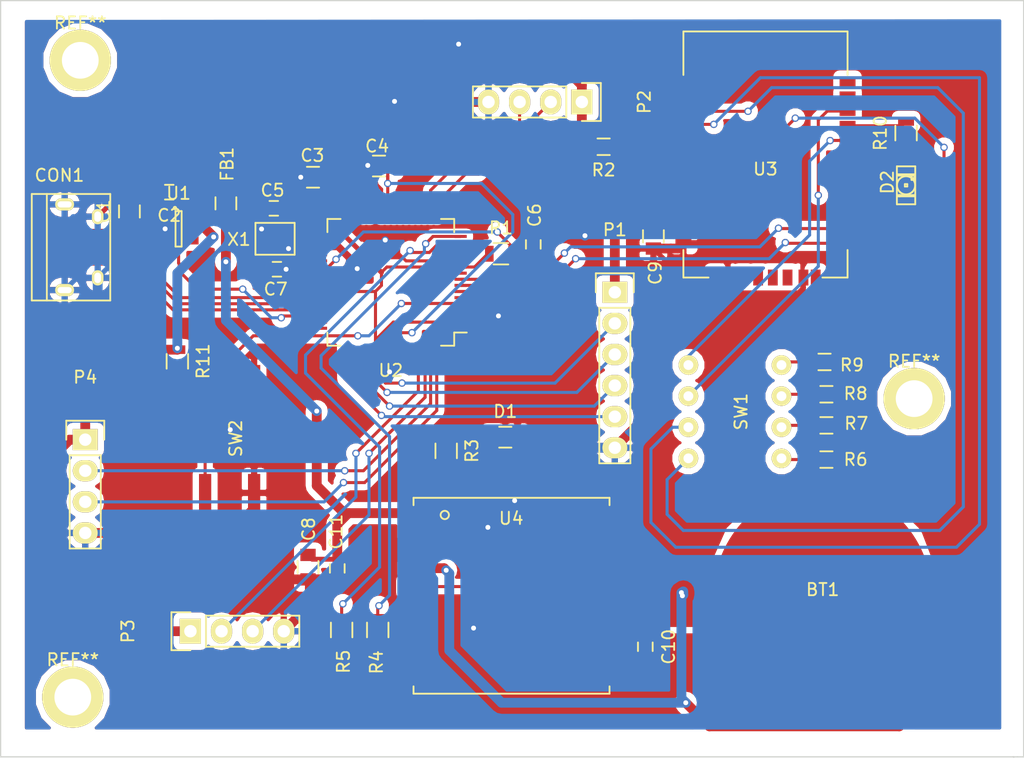
<source format=kicad_pcb>
(kicad_pcb (version 4) (host pcbnew "(2015-07-31 BZR 6030)-product")
  (layers (0 F.Cu signal hide) (31 B.Cu signal) (34 B.Paste user) (35 F.Paste user) (36 B.SilkS user) (37 F.SilkS user) (38 B.Mask user) (39 F.Mask user) (44 Edge.Cuts user))
  (net 0 "")
  (net 1 "Net-(BT1-Pad1)")
  (net 2 GND)
  (net 3 "Net-(C1-Pad1)")
  (net 4 "Net-(C2-Pad1)")
  (net 5 "Net-(C4-Pad1)")
  (net 6 "Net-(C5-Pad1)")
  (net 7 "Net-(C6-Pad1)")
  (net 8 "Net-(C7-Pad1)")
  (net 9 "Net-(C11-Pad1)")
  (net 10 "Net-(CON1-Pad2)")
  (net 11 "Net-(CON1-Pad3)")
  (net 12 "Net-(CON1-Pad4)")
  (net 13 "Net-(D1-Pad1)")
  (net 14 "Net-(D2-Pad2)")
  (net 15 "Net-(P1-Pad2)")
  (net 16 "Net-(P1-Pad3)")
  (net 17 "Net-(P1-Pad4)")
  (net 18 "Net-(P1-Pad5)")
  (net 19 "Net-(P2-Pad2)")
  (net 20 "Net-(P2-Pad3)")
  (net 21 "Net-(P3-Pad2)")
  (net 22 "Net-(P3-Pad3)")
  (net 23 "Net-(P4-Pad2)")
  (net 24 "Net-(P4-Pad3)")
  (net 25 "Net-(R2-Pad1)")
  (net 26 "Net-(R3-Pad2)")
  (net 27 "Net-(R4-Pad1)")
  (net 28 "Net-(R4-Pad2)")
  (net 29 "Net-(R5-Pad1)")
  (net 30 "Net-(R5-Pad2)")
  (net 31 "Net-(R6-Pad2)")
  (net 32 "Net-(R7-Pad2)")
  (net 33 "Net-(R8-Pad2)")
  (net 34 "Net-(R9-Pad2)")
  (net 35 "Net-(R10-Pad2)")
  (net 36 "Net-(R11-Pad2)")
  (net 37 "Net-(SW1-Pad4)")
  (net 38 "Net-(SW1-Pad3)")
  (net 39 "Net-(SW1-Pad2)")
  (net 40 "Net-(SW1-Pad1)")
  (net 41 "Net-(U1-Pad4)")
  (net 42 "Net-(U2-Pad1)")
  (net 43 "Net-(U2-Pad4)")
  (net 44 "Net-(U2-Pad6)")
  (net 45 "Net-(U2-Pad7)")
  (net 46 "Net-(U2-Pad8)")
  (net 47 "Net-(U2-Pad9)")
  (net 48 "Net-(U2-Pad10)")
  (net 49 "Net-(U2-Pad13)")
  (net 50 "Net-(U2-Pad14)")
  (net 51 "Net-(U2-Pad19)")
  (net 52 "Net-(U2-Pad20)")
  (net 53 "Net-(U2-Pad21)")
  (net 54 "Net-(U2-Pad22)")
  (net 55 "Net-(U2-Pad23)")
  (net 56 "Net-(U2-Pad24)")
  (net 57 "Net-(U2-Pad28)")
  (net 58 "Net-(U2-Pad29)")
  (net 59 "Net-(U2-Pad30)")
  (net 60 "Net-(U2-Pad31)")
  (net 61 "Net-(U2-Pad33)")
  (net 62 "Net-(U2-Pad34)")
  (net 63 "Net-(U2-Pad36)")
  (net 64 "Net-(U2-Pad37)")
  (net 65 "Net-(U2-Pad47)")
  (net 66 "Net-(U2-Pad48)")
  (net 67 "Net-(U2-Pad53)")
  (net 68 "Net-(U2-Pad57)")
  (net 69 "Net-(U2-Pad58)")
  (net 70 "Net-(U2-Pad59)")
  (net 71 "Net-(U2-Pad60)")
  (net 72 "Net-(U3-Pad30)")
  (net 73 "Net-(U3-Pad31)")
  (net 74 "Net-(U3-Pad32)")
  (net 75 "Net-(U3-Pad33)")
  (net 76 "Net-(U3-Pad34)")
  (net 77 "Net-(U3-Pad16)")
  (net 78 "Net-(U3-Pad17)")
  (net 79 "Net-(U3-Pad18)")
  (net 80 "Net-(U3-Pad19)")
  (net 81 "Net-(U3-Pad23)")
  (net 82 "Net-(U3-Pad24)")
  (net 83 "Net-(U3-Pad2)")
  (net 84 "Net-(U3-Pad6)")
  (net 85 "Net-(U3-Pad7)")
  (net 86 "Net-(U3-Pad8)")
  (net 87 "Net-(U3-Pad9)")
  (net 88 "Net-(U3-Pad10)")
  (net 89 "Net-(U3-Pad35)")
  (net 90 "Net-(U4-Pad18)")
  (net 91 "Net-(U4-Pad13)")
  (net 92 "Net-(U4-Pad15)")
  (net 93 "Net-(U4-Pad14)")
  (net 94 "Net-(U4-Pad16)")
  (net 95 "Net-(U4-Pad11)")
  (net 96 "Net-(U4-Pad17)")
  (net 97 "Net-(U4-Pad20)")
  (net 98 "Net-(U4-Pad2)")
  (net 99 "Net-(U4-Pad7)")
  (net 100 "Net-(U4-Pad6)")
  (module Connect:1pin (layer F.Cu) (at 164.5412 83.0072)
    (fp_text reference REF** (at 0 -3.048) (layer F.SilkS))
    (fp_text value 1pin)
    (pad 1 thru_hole circle (at 0 0) (size 5 5) (drill 3) (layers *.Cu *.Mask F.SilkS))
  )
  (module Connect:1pin (layer F.Cu) (at 95.8596 107.3912)
    (fp_text reference REF** (at 0 -3.048) (layer F.SilkS))
    (fp_text value 1pin)
    (pad 1 thru_hole circle (at 0 0) (size 5 5) (drill 3) (layers *.Cu *.Mask F.SilkS))
  )
  (module custom_footprints:BAT-HLD-001 (layer F.Cu) (at 157.0736 99.1108 180)
    (fp_text reference BT1 (at 0 0.5 180) (layer F.SilkS))
    (fp_text value "3.7 Li-ion")
    (pad 1 smd rect (at -11.34 0 180) (size 2.5 5.1) (layers F.Cu F.Paste F.Mask) (net 1 "Net-(BT1-Pad1)"))
    (pad 2 smd circle (at 0 0 180) (size 17.8 17.8) (layers F.Cu F.Paste F.Mask) (net 2 GND))
    (pad 1 smd rect (at 11.45 0 180) (size 2.5 5.1) (layers F.Cu F.Paste F.Mask) (net 1 "Net-(BT1-Pad1)"))
  )
  (module Capacitors_SMD:C_0805 (layer F.Cu) (at 100.4824 67.7164 90)
    (fp_text reference C1 (at 0 -2.1 90) (layer F.SilkS))
    (fp_text value 10u)
    (pad 1 smd rect (at -1 0 90) (size 1 1.25) (layers F.Cu F.Paste F.Mask) (net 3 "Net-(C1-Pad1)"))
    (pad 2 smd rect (at 1 0 90) (size 1 1.25) (layers F.Cu F.Paste F.Mask) (net 2 GND))
  )
  (module Capacitors_SMD:C_0603 (layer F.Cu) (at 103.7336 66.1416 180)
    (fp_text reference C2 (at 0 -1.9 180) (layer F.SilkS))
    (fp_text value 4.7u)
    (pad 1 smd rect (at -0.75 0 180) (size 0.8 0.75) (layers F.Cu F.Paste F.Mask) (net 4 "Net-(C2-Pad1)"))
    (pad 2 smd rect (at 0.75 0 180) (size 0.8 0.75) (layers F.Cu F.Paste F.Mask) (net 2 GND))
  )
  (module Capacitors_SMD:C_0805 (layer F.Cu) (at 115.4684 64.9224 180)
    (fp_text reference C3 (at 0.0508 1.778 180) (layer F.SilkS))
    (fp_text value 0.1u)
    (pad 1 smd rect (at -1 0 180) (size 1 1.25) (layers F.Cu F.Paste F.Mask) (net 4 "Net-(C2-Pad1)"))
    (pad 2 smd rect (at 1 0 180) (size 1 1.25) (layers F.Cu F.Paste F.Mask) (net 2 GND))
  )
  (module Capacitors_SMD:C_0805 (layer F.Cu) (at 120.8532 64.008 180)
    (fp_text reference C4 (at 0.1524 1.6256 180) (layer F.SilkS))
    (fp_text value 2.5u)
    (pad 1 smd rect (at -1 0 180) (size 1 1.25) (layers F.Cu F.Paste F.Mask) (net 5 "Net-(C4-Pad1)"))
    (pad 2 smd rect (at 1 0 180) (size 1 1.25) (layers F.Cu F.Paste F.Mask) (net 2 GND))
  )
  (module Capacitors_SMD:C_0603 (layer F.Cu) (at 112.268 67.4624 180)
    (fp_text reference C5 (at 0.1016 1.4732 180) (layer F.SilkS))
    (fp_text value 9.0p)
    (pad 1 smd rect (at -0.75 0 180) (size 0.8 0.75) (layers F.Cu F.Paste F.Mask) (net 6 "Net-(C5-Pad1)"))
    (pad 2 smd rect (at 0.75 0 180) (size 0.8 0.75) (layers F.Cu F.Paste F.Mask) (net 2 GND))
  )
  (module Capacitors_SMD:C_0603 (layer F.Cu) (at 133.4516 70.4088 90)
    (fp_text reference C6 (at 2.3876 0.1016 90) (layer F.SilkS))
    (fp_text value 2.3u)
    (pad 1 smd rect (at -0.75 0 90) (size 0.8 0.75) (layers F.Cu F.Paste F.Mask) (net 7 "Net-(C6-Pad1)"))
    (pad 2 smd rect (at 0.75 0 90) (size 0.8 0.75) (layers F.Cu F.Paste F.Mask) (net 2 GND))
  )
  (module Capacitors_SMD:C_0603 (layer F.Cu) (at 112.522 72.4408)
    (fp_text reference C7 (at -0.1016 1.6256) (layer F.SilkS))
    (fp_text value 9.0p)
    (pad 1 smd rect (at -0.75 0) (size 0.8 0.75) (layers F.Cu F.Paste F.Mask) (net 8 "Net-(C7-Pad1)"))
    (pad 2 smd rect (at 0.75 0) (size 0.8 0.75) (layers F.Cu F.Paste F.Mask) (net 2 GND))
  )
  (module Capacitors_SMD:C_0805 (layer F.Cu) (at 115.062 96.774 270)
    (fp_text reference C8 (at -3.0988 -0.0508 270) (layer F.SilkS))
    (fp_text value 1.0u)
    (pad 1 smd rect (at -1 0 270) (size 1 1.25) (layers F.Cu F.Paste F.Mask) (net 9 "Net-(C11-Pad1)"))
    (pad 2 smd rect (at 1 0 270) (size 1 1.25) (layers F.Cu F.Paste F.Mask) (net 2 GND))
  )
  (module Capacitors_SMD:C_0805 (layer F.Cu) (at 143.256 69.7484 270)
    (fp_text reference C9 (at 2.9972 -0.1524 270) (layer F.SilkS))
    (fp_text value 0.1u)
    (pad 1 smd rect (at -1 0 270) (size 1 1.25) (layers F.Cu F.Paste F.Mask) (net 4 "Net-(C2-Pad1)"))
    (pad 2 smd rect (at 1 0 270) (size 1 1.25) (layers F.Cu F.Paste F.Mask) (net 2 GND))
  )
  (module Capacitors_SMD:C_0603 (layer F.Cu) (at 142.5956 103.2764 270)
    (fp_text reference C10 (at 0 -1.9 270) (layer F.SilkS))
    (fp_text value 1u)
    (pad 1 smd rect (at -0.75 0 270) (size 0.8 0.75) (layers F.Cu F.Paste F.Mask) (net 1 "Net-(BT1-Pad1)"))
    (pad 2 smd rect (at 0.75 0 270) (size 0.8 0.75) (layers F.Cu F.Paste F.Mask) (net 2 GND))
  )
  (module Capacitors_SMD:C_0603 (layer F.Cu) (at 117.4496 96.8756 270)
    (fp_text reference C11 (at -2.9972 0.1016 270) (layer F.SilkS))
    (fp_text value 0.01u)
    (pad 1 smd rect (at -0.75 0 270) (size 0.8 0.75) (layers F.Cu F.Paste F.Mask) (net 9 "Net-(C11-Pad1)"))
    (pad 2 smd rect (at 0.75 0 270) (size 0.8 0.75) (layers F.Cu F.Paste F.Mask) (net 2 GND))
  )
  (module Connect:USB_Micro-B (layer F.Cu) (at 97.8916 69.342)
    (fp_text reference CON1 (at -3.125 -4.575) (layer F.SilkS))
    (fp_text value USB-MICRO-B)
    (pad 1 smd rect (at 0 0) (size 1.35 0.4) (layers F.Cu F.Paste F.Mask) (net 3 "Net-(C1-Pad1)"))
    (pad 2 smd rect (at 0 0.65) (size 1.35 0.4) (layers F.Cu F.Paste F.Mask) (net 10 "Net-(CON1-Pad2)"))
    (pad 3 smd rect (at 0 1.3) (size 1.35 0.4) (layers F.Cu F.Paste F.Mask) (net 11 "Net-(CON1-Pad3)"))
    (pad 4 smd rect (at 0 1.95) (size 1.35 0.4) (layers F.Cu F.Paste F.Mask) (net 12 "Net-(CON1-Pad4)"))
    (pad 5 smd rect (at 0 2.6) (size 1.35 0.4) (layers F.Cu F.Paste F.Mask) (net 2 GND))
    (pad 6 thru_hole oval (at 0 -1.2) (size 0.95 1.25) (drill oval 0.55 0.85) (layers *.Cu *.Mask F.SilkS) (net 2 GND))
    (pad 7 thru_hole oval (at 0 3.8) (size 0.95 1.25) (drill oval 0.55 0.85) (layers *.Cu *.Mask F.SilkS) (net 2 GND))
    (pad 8 thru_hole oval (at -2.7 -2.2) (size 1.55 1) (drill oval 1.15 0.5) (layers *.Cu *.Mask F.SilkS) (net 2 GND))
    (pad 9 thru_hole oval (at -2.7 4.8) (size 1.55 1) (drill oval 1.15 0.5) (layers *.Cu *.Mask F.SilkS) (net 2 GND))
  )
  (module Capacitors_SMD:C_0805 (layer F.Cu) (at 131.1656 86.1568)
    (fp_text reference D1 (at 0 -2.1) (layer F.SilkS))
    (fp_text value Led_Small)
    (pad 1 smd rect (at -1 0) (size 1 1.25) (layers F.Cu F.Paste F.Mask) (net 13 "Net-(D1-Pad1)"))
    (pad 2 smd rect (at 1 0) (size 1 1.25) (layers F.Cu F.Paste F.Mask) (net 2 GND))
  )
  (module LEDs:LED-1206 (layer F.Cu) (at 163.8808 65.5828 90)
    (fp_text reference D2 (at 0.254 -1.524 90) (layer F.SilkS))
    (fp_text value GREEN)
    (pad 1 smd rect (at -1.41986 0 90) (size 1.59766 1.80086) (layers F.Cu F.Paste F.Mask) (net 4 "Net-(C2-Pad1)"))
    (pad 2 smd rect (at 1.41986 0 90) (size 1.59766 1.80086) (layers F.Cu F.Paste F.Mask) (net 14 "Net-(D2-Pad2)"))
  )
  (module Capacitors_SMD:C_0805 (layer F.Cu) (at 108.3564 67.056 270)
    (fp_text reference FB1 (at -3.2004 -0.1016 270) (layer F.SilkS))
    (fp_text value FERRITEBEAD)
    (pad 1 smd rect (at -1 0 270) (size 1 1.25) (layers F.Cu F.Paste F.Mask) (net 4 "Net-(C2-Pad1)"))
    (pad 2 smd rect (at 1 0 270) (size 1 1.25) (layers F.Cu F.Paste F.Mask) (net 9 "Net-(C11-Pad1)"))
  )
  (module Pin_Headers:Pin_Header_Straight_1x06 (layer F.Cu) (at 140.1064 74.3204)
    (fp_text reference P1 (at 0 -5.1) (layer F.SilkS))
    (fp_text value JTAG_PROG)
    (pad 1 thru_hole rect (at 0 0) (size 2.032 1.7272) (drill 1.016) (layers *.Cu *.Mask F.SilkS) (net 4 "Net-(C2-Pad1)"))
    (pad 2 thru_hole oval (at 0 2.54) (size 2.032 1.7272) (drill 1.016) (layers *.Cu *.Mask F.SilkS) (net 15 "Net-(P1-Pad2)"))
    (pad 3 thru_hole oval (at 0 5.08) (size 2.032 1.7272) (drill 1.016) (layers *.Cu *.Mask F.SilkS) (net 16 "Net-(P1-Pad3)"))
    (pad 4 thru_hole oval (at 0 7.62) (size 2.032 1.7272) (drill 1.016) (layers *.Cu *.Mask F.SilkS) (net 17 "Net-(P1-Pad4)"))
    (pad 5 thru_hole oval (at 0 10.16) (size 2.032 1.7272) (drill 1.016) (layers *.Cu *.Mask F.SilkS) (net 18 "Net-(P1-Pad5)"))
    (pad 6 thru_hole oval (at 0 12.7) (size 2.032 1.7272) (drill 1.016) (layers *.Cu *.Mask F.SilkS) (net 2 GND))
  )
  (module Pin_Headers:Pin_Header_Straight_1x04 (layer F.Cu) (at 137.414 58.7756 270)
    (fp_text reference P2 (at 0 -5.1 270) (layer F.SilkS))
    (fp_text value UART_PROG)
    (pad 1 thru_hole rect (at 0 0 270) (size 2.032 1.7272) (drill 1.016) (layers *.Cu *.Mask F.SilkS) (net 4 "Net-(C2-Pad1)"))
    (pad 2 thru_hole oval (at 0 2.54 270) (size 2.032 1.7272) (drill 1.016) (layers *.Cu *.Mask F.SilkS) (net 19 "Net-(P2-Pad2)"))
    (pad 3 thru_hole oval (at 0 5.08 270) (size 2.032 1.7272) (drill 1.016) (layers *.Cu *.Mask F.SilkS) (net 20 "Net-(P2-Pad3)"))
    (pad 4 thru_hole oval (at 0 7.62 270) (size 2.032 1.7272) (drill 1.016) (layers *.Cu *.Mask F.SilkS) (net 2 GND))
  )
  (module Pin_Headers:Pin_Header_Straight_1x04 (layer F.Cu) (at 105.4608 102.0064 90)
    (fp_text reference P3 (at 0 -5.1 90) (layer F.SilkS))
    (fp_text value ULTRA_FRONT)
    (pad 1 thru_hole rect (at 0 0 90) (size 2.032 1.7272) (drill 1.016) (layers *.Cu *.Mask F.SilkS) (net 4 "Net-(C2-Pad1)"))
    (pad 2 thru_hole oval (at 0 2.54 90) (size 2.032 1.7272) (drill 1.016) (layers *.Cu *.Mask F.SilkS) (net 21 "Net-(P3-Pad2)"))
    (pad 3 thru_hole oval (at 0 5.08 90) (size 2.032 1.7272) (drill 1.016) (layers *.Cu *.Mask F.SilkS) (net 22 "Net-(P3-Pad3)"))
    (pad 4 thru_hole oval (at 0 7.62 90) (size 2.032 1.7272) (drill 1.016) (layers *.Cu *.Mask F.SilkS) (net 2 GND))
  )
  (module Pin_Headers:Pin_Header_Straight_1x04 (layer F.Cu) (at 96.8756 86.36)
    (fp_text reference P4 (at 0 -5.1) (layer F.SilkS))
    (fp_text value ULTRA_BACK)
    (pad 1 thru_hole rect (at 0 0) (size 2.032 1.7272) (drill 1.016) (layers *.Cu *.Mask F.SilkS) (net 4 "Net-(C2-Pad1)"))
    (pad 2 thru_hole oval (at 0 2.54) (size 2.032 1.7272) (drill 1.016) (layers *.Cu *.Mask F.SilkS) (net 23 "Net-(P4-Pad2)"))
    (pad 3 thru_hole oval (at 0 5.08) (size 2.032 1.7272) (drill 1.016) (layers *.Cu *.Mask F.SilkS) (net 24 "Net-(P4-Pad3)"))
    (pad 4 thru_hole oval (at 0 7.62) (size 2.032 1.7272) (drill 1.016) (layers *.Cu *.Mask F.SilkS) (net 2 GND))
  )
  (module Resistors_SMD:R_0805 (layer F.Cu) (at 130.81 71.1708)
    (fp_text reference R1 (at 0 -2.1) (layer F.SilkS))
    (fp_text value 4k7)
    (pad 1 smd rect (at -0.95 0) (size 0.7 1.3) (layers F.Cu F.Paste F.Mask) (net 4 "Net-(C2-Pad1)"))
    (pad 2 smd rect (at 0.95 0) (size 0.7 1.3) (layers F.Cu F.Paste F.Mask) (net 7 "Net-(C6-Pad1)"))
  )
  (module Resistors_SMD:R_0603 (layer F.Cu) (at 139.192 62.4332 180)
    (fp_text reference R2 (at 0 -1.9 180) (layer F.SilkS))
    (fp_text value 1K)
    (pad 1 smd rect (at -0.75 0 180) (size 0.5 0.9) (layers F.Cu F.Paste F.Mask) (net 25 "Net-(R2-Pad1)"))
    (pad 2 smd rect (at 0.75 0 180) (size 0.5 0.9) (layers F.Cu F.Paste F.Mask) (net 4 "Net-(C2-Pad1)"))
  )
  (module Resistors_SMD:R_0805 (layer F.Cu) (at 126.3396 87.2744 270)
    (fp_text reference R3 (at 0 -2.1 270) (layer F.SilkS))
    (fp_text value 330)
    (pad 1 smd rect (at -0.95 0 270) (size 0.7 1.3) (layers F.Cu F.Paste F.Mask) (net 13 "Net-(D1-Pad1)"))
    (pad 2 smd rect (at 0.95 0 270) (size 0.7 1.3) (layers F.Cu F.Paste F.Mask) (net 26 "Net-(R3-Pad2)"))
  )
  (module Resistors_SMD:R_0805 (layer F.Cu) (at 120.7516 101.9048 90)
    (fp_text reference R4 (at -2.6416 -0.1016 90) (layer F.SilkS))
    (fp_text value 330)
    (pad 1 smd rect (at -0.95 0 90) (size 0.7 1.3) (layers F.Cu F.Paste F.Mask) (net 27 "Net-(R4-Pad1)"))
    (pad 2 smd rect (at 0.95 0 90) (size 0.7 1.3) (layers F.Cu F.Paste F.Mask) (net 28 "Net-(R4-Pad2)"))
  )
  (module Resistors_SMD:R_0805 (layer F.Cu) (at 117.8052 101.9048 90)
    (fp_text reference R5 (at -2.5908 0.1524 90) (layer F.SilkS))
    (fp_text value 330)
    (pad 1 smd rect (at -0.95 0 90) (size 0.7 1.3) (layers F.Cu F.Paste F.Mask) (net 29 "Net-(R5-Pad1)"))
    (pad 2 smd rect (at 0.95 0 90) (size 0.7 1.3) (layers F.Cu F.Paste F.Mask) (net 30 "Net-(R5-Pad2)"))
  )
  (module Resistors_SMD:R_0603 (layer F.Cu) (at 157.3784 87.9856 180)
    (fp_text reference R6 (at -2.3876 0 180) (layer F.SilkS))
    (fp_text value 1k)
    (pad 1 smd rect (at -0.75 0 180) (size 0.5 0.9) (layers F.Cu F.Paste F.Mask) (net 4 "Net-(C2-Pad1)"))
    (pad 2 smd rect (at 0.75 0 180) (size 0.5 0.9) (layers F.Cu F.Paste F.Mask) (net 31 "Net-(R6-Pad2)"))
  )
  (module Resistors_SMD:R_0603 (layer F.Cu) (at 157.3784 85.1916 180)
    (fp_text reference R7 (at -2.4384 0.1524 180) (layer F.SilkS))
    (fp_text value 1k)
    (pad 1 smd rect (at -0.75 0 180) (size 0.5 0.9) (layers F.Cu F.Paste F.Mask) (net 4 "Net-(C2-Pad1)"))
    (pad 2 smd rect (at 0.75 0 180) (size 0.5 0.9) (layers F.Cu F.Paste F.Mask) (net 32 "Net-(R7-Pad2)"))
  )
  (module Resistors_SMD:R_0603 (layer F.Cu) (at 157.3784 82.6516 180)
    (fp_text reference R8 (at -2.3876 0.0508 180) (layer F.SilkS))
    (fp_text value 1k)
    (pad 1 smd rect (at -0.75 0 180) (size 0.5 0.9) (layers F.Cu F.Paste F.Mask) (net 4 "Net-(C2-Pad1)"))
    (pad 2 smd rect (at 0.75 0 180) (size 0.5 0.9) (layers F.Cu F.Paste F.Mask) (net 33 "Net-(R8-Pad2)"))
  )
  (module Resistors_SMD:R_0603 (layer F.Cu) (at 157.226 80.01 180)
    (fp_text reference R9 (at -2.2352 -0.254 180) (layer F.SilkS))
    (fp_text value 1k)
    (pad 1 smd rect (at -0.75 0 180) (size 0.5 0.9) (layers F.Cu F.Paste F.Mask) (net 4 "Net-(C2-Pad1)"))
    (pad 2 smd rect (at 0.75 0 180) (size 0.5 0.9) (layers F.Cu F.Paste F.Mask) (net 34 "Net-(R9-Pad2)"))
  )
  (module Resistors_SMD:R_0805 (layer F.Cu) (at 163.8808 61.3156 90)
    (fp_text reference R10 (at 0 -2.1 90) (layer F.SilkS))
    (fp_text value 220)
    (pad 1 smd rect (at -0.95 0 90) (size 0.7 1.3) (layers F.Cu F.Paste F.Mask) (net 14 "Net-(D2-Pad2)"))
    (pad 2 smd rect (at 0.95 0 90) (size 0.7 1.3) (layers F.Cu F.Paste F.Mask) (net 35 "Net-(R10-Pad2)"))
  )
  (module Resistors_SMD:R_0805 (layer F.Cu) (at 104.394 79.9592 270)
    (fp_text reference R11 (at 0 -2.1 270) (layer F.SilkS))
    (fp_text value 10k)
    (pad 1 smd rect (at -0.95 0 270) (size 0.7 1.3) (layers F.Cu F.Paste F.Mask) (net 4 "Net-(C2-Pad1)"))
    (pad 2 smd rect (at 0.95 0 270) (size 0.7 1.3) (layers F.Cu F.Paste F.Mask) (net 36 "Net-(R11-Pad2)"))
  )
  (module custom_footprints:SDA04H1BD (layer F.Cu) (at 149.9108 84.074 90)
    (fp_text reference SW1 (at 0 0.5 90) (layer F.SilkS))
    (fp_text value DIPS_04)
    (pad 5 thru_hole circle (at 3.81 3.8 90) (size 1.6 1.6) (drill 0.8) (layers *.Cu *.Mask F.SilkS) (net 34 "Net-(R9-Pad2)"))
    (pad 4 thru_hole circle (at 3.81 -3.8 90) (size 1.6 1.6) (drill 0.8) (layers *.Cu *.Mask F.SilkS) (net 37 "Net-(SW1-Pad4)"))
    (pad 6 thru_hole circle (at 1.27 3.8 90) (size 1.6 1.6) (drill 0.8) (layers *.Cu *.Mask F.SilkS) (net 33 "Net-(R8-Pad2)"))
    (pad 3 thru_hole circle (at 1.27 -3.8 90) (size 1.6 1.6) (drill 0.8) (layers *.Cu *.Mask F.SilkS) (net 38 "Net-(SW1-Pad3)"))
    (pad 7 thru_hole circle (at -1.27 3.8 90) (size 1.6 1.6) (drill 0.8) (layers *.Cu *.Mask F.SilkS) (net 32 "Net-(R7-Pad2)"))
    (pad 2 thru_hole circle (at -1.27 -3.8 90) (size 1.6 1.6) (drill 0.8) (layers *.Cu *.Mask F.SilkS) (net 39 "Net-(SW1-Pad2)"))
    (pad 8 thru_hole circle (at -3.81 3.8 90) (size 1.6 1.6) (drill 0.8) (layers *.Cu *.Mask F.SilkS) (net 31 "Net-(R6-Pad2)"))
    (pad 1 thru_hole circle (at -3.81 -3.8 90) (size 1.6 1.6) (drill 0.8) (layers *.Cu *.Mask F.SilkS) (net 40 "Net-(SW1-Pad1)"))
  )
  (module custom_footprints:1571634-1 (layer F.Cu) (at 108.6612 86.2584 90)
    (fp_text reference SW2 (at 0 0.5 90) (layer F.SilkS))
    (fp_text value SW_PUSH)
    (pad 2 smd rect (at 4.45 2 90) (size 3.1 1) (layers F.Cu F.Paste F.Mask) (net 2 GND))
    (pad 1 smd rect (at 4.45 -2 90) (size 3.1 1) (layers F.Cu F.Paste F.Mask) (net 36 "Net-(R11-Pad2)"))
    (pad 2 smd rect (at -4.45 2 90) (size 3.1 1) (layers F.Cu F.Paste F.Mask) (net 2 GND))
    (pad 1 smd rect (at -4.45 -2 90) (size 3.1 1) (layers F.Cu F.Paste F.Mask) (net 36 "Net-(R11-Pad2)"))
  )
  (module Housings_SOT-23_SOT-143_TSOT-6:SOT-23-5 (layer F.Cu) (at 104.4956 69.1388)
    (fp_text reference U1 (at 0 -2.9) (layer F.SilkS))
    (fp_text value ADP151AUJZ-3.3-R7)
    (pad 1 smd rect (at -1.1 -0.95) (size 1.06 0.65) (layers F.Cu F.Paste F.Mask) (net 3 "Net-(C1-Pad1)"))
    (pad 2 smd rect (at -1.1 0) (size 1.06 0.65) (layers F.Cu F.Paste F.Mask) (net 2 GND))
    (pad 3 smd rect (at -1.1 0.95) (size 1.06 0.65) (layers F.Cu F.Paste F.Mask) (net 3 "Net-(C1-Pad1)"))
    (pad 4 smd rect (at 1.1 0.95) (size 1.06 0.65) (layers F.Cu F.Paste F.Mask) (net 41 "Net-(U1-Pad4)"))
    (pad 5 smd rect (at 1.1 -0.95) (size 1.06 0.65) (layers F.Cu F.Paste F.Mask) (net 4 "Net-(C2-Pad1)"))
  )
  (module Housings_QFP:LQFP-64_10x10mm_Pitch0.5mm (layer F.Cu) (at 121.8184 73.5076 180)
    (fp_text reference U2 (at 0 -7.2 180) (layer F.SilkS))
    (fp_text value TM4C123GH6PM)
    (pad 1 smd rect (at -5.7 -3.75 180) (size 1 0.25) (layers F.Cu F.Paste F.Mask) (net 42 "Net-(U2-Pad1)"))
    (pad 2 smd rect (at -5.7 -3.25 180) (size 1 0.25) (layers F.Cu F.Paste F.Mask) (net 4 "Net-(C2-Pad1)"))
    (pad 3 smd rect (at -5.7 -2.75 180) (size 1 0.25) (layers F.Cu F.Paste F.Mask) (net 2 GND))
    (pad 4 smd rect (at -5.7 -2.25 180) (size 1 0.25) (layers F.Cu F.Paste F.Mask) (net 43 "Net-(U2-Pad4)"))
    (pad 5 smd rect (at -5.7 -1.75 180) (size 1 0.25) (layers F.Cu F.Paste F.Mask) (net 36 "Net-(R11-Pad2)"))
    (pad 6 smd rect (at -5.7 -1.25 180) (size 1 0.25) (layers F.Cu F.Paste F.Mask) (net 44 "Net-(U2-Pad6)"))
    (pad 7 smd rect (at -5.7 -0.75 180) (size 1 0.25) (layers F.Cu F.Paste F.Mask) (net 45 "Net-(U2-Pad7)"))
    (pad 8 smd rect (at -5.7 -0.25 180) (size 1 0.25) (layers F.Cu F.Paste F.Mask) (net 46 "Net-(U2-Pad8)"))
    (pad 9 smd rect (at -5.7 0.25 180) (size 1 0.25) (layers F.Cu F.Paste F.Mask) (net 47 "Net-(U2-Pad9)"))
    (pad 10 smd rect (at -5.7 0.75 180) (size 1 0.25) (layers F.Cu F.Paste F.Mask) (net 48 "Net-(U2-Pad10)"))
    (pad 11 smd rect (at -5.7 1.25 180) (size 1 0.25) (layers F.Cu F.Paste F.Mask) (net 4 "Net-(C2-Pad1)"))
    (pad 12 smd rect (at -5.7 1.75 180) (size 1 0.25) (layers F.Cu F.Paste F.Mask) (net 2 GND))
    (pad 13 smd rect (at -5.7 2.25 180) (size 1 0.25) (layers F.Cu F.Paste F.Mask) (net 49 "Net-(U2-Pad13)"))
    (pad 14 smd rect (at -5.7 2.75 180) (size 1 0.25) (layers F.Cu F.Paste F.Mask) (net 50 "Net-(U2-Pad14)"))
    (pad 15 smd rect (at -5.7 3.25 180) (size 1 0.25) (layers F.Cu F.Paste F.Mask) (net 30 "Net-(R5-Pad2)"))
    (pad 16 smd rect (at -5.7 3.75 180) (size 1 0.25) (layers F.Cu F.Paste F.Mask) (net 28 "Net-(R4-Pad2)"))
    (pad 17 smd rect (at -3.75 5.7 270) (size 1 0.25) (layers F.Cu F.Paste F.Mask) (net 19 "Net-(P2-Pad2)"))
    (pad 18 smd rect (at -3.25 5.7 270) (size 1 0.25) (layers F.Cu F.Paste F.Mask) (net 20 "Net-(P2-Pad3)"))
    (pad 19 smd rect (at -2.75 5.7 270) (size 1 0.25) (layers F.Cu F.Paste F.Mask) (net 51 "Net-(U2-Pad19)"))
    (pad 20 smd rect (at -2.25 5.7 270) (size 1 0.25) (layers F.Cu F.Paste F.Mask) (net 52 "Net-(U2-Pad20)"))
    (pad 21 smd rect (at -1.75 5.7 270) (size 1 0.25) (layers F.Cu F.Paste F.Mask) (net 53 "Net-(U2-Pad21)"))
    (pad 22 smd rect (at -1.25 5.7 270) (size 1 0.25) (layers F.Cu F.Paste F.Mask) (net 54 "Net-(U2-Pad22)"))
    (pad 23 smd rect (at -0.75 5.7 270) (size 1 0.25) (layers F.Cu F.Paste F.Mask) (net 55 "Net-(U2-Pad23)"))
    (pad 24 smd rect (at -0.25 5.7 270) (size 1 0.25) (layers F.Cu F.Paste F.Mask) (net 56 "Net-(U2-Pad24)"))
    (pad 25 smd rect (at 0.25 5.7 270) (size 1 0.25) (layers F.Cu F.Paste F.Mask) (net 5 "Net-(C4-Pad1)"))
    (pad 26 smd rect (at 0.75 5.7 270) (size 1 0.25) (layers F.Cu F.Paste F.Mask) (net 4 "Net-(C2-Pad1)"))
    (pad 27 smd rect (at 1.25 5.7 270) (size 1 0.25) (layers F.Cu F.Paste F.Mask) (net 2 GND))
    (pad 28 smd rect (at 1.75 5.7 270) (size 1 0.25) (layers F.Cu F.Paste F.Mask) (net 57 "Net-(U2-Pad28)"))
    (pad 29 smd rect (at 2.25 5.7 270) (size 1 0.25) (layers F.Cu F.Paste F.Mask) (net 58 "Net-(U2-Pad29)"))
    (pad 30 smd rect (at 2.75 5.7 270) (size 1 0.25) (layers F.Cu F.Paste F.Mask) (net 59 "Net-(U2-Pad30)"))
    (pad 31 smd rect (at 3.25 5.7 270) (size 1 0.25) (layers F.Cu F.Paste F.Mask) (net 60 "Net-(U2-Pad31)"))
    (pad 32 smd rect (at 3.75 5.7 270) (size 1 0.25) (layers F.Cu F.Paste F.Mask) (net 2 GND))
    (pad 33 smd rect (at 5.7 3.75 180) (size 1 0.25) (layers F.Cu F.Paste F.Mask) (net 61 "Net-(U2-Pad33)"))
    (pad 34 smd rect (at 5.7 3.25 180) (size 1 0.25) (layers F.Cu F.Paste F.Mask) (net 62 "Net-(U2-Pad34)"))
    (pad 35 smd rect (at 5.7 2.75 180) (size 1 0.25) (layers F.Cu F.Paste F.Mask) (net 2 GND))
    (pad 36 smd rect (at 5.7 2.25 180) (size 1 0.25) (layers F.Cu F.Paste F.Mask) (net 63 "Net-(U2-Pad36)"))
    (pad 37 smd rect (at 5.7 1.75 180) (size 1 0.25) (layers F.Cu F.Paste F.Mask) (net 64 "Net-(U2-Pad37)"))
    (pad 38 smd rect (at 5.7 1.25 180) (size 1 0.25) (layers F.Cu F.Paste F.Mask) (net 7 "Net-(C6-Pad1)"))
    (pad 39 smd rect (at 5.7 0.75 180) (size 1 0.25) (layers F.Cu F.Paste F.Mask) (net 2 GND))
    (pad 40 smd rect (at 5.7 0.25 180) (size 1 0.25) (layers F.Cu F.Paste F.Mask) (net 6 "Net-(C5-Pad1)"))
    (pad 41 smd rect (at 5.7 -0.25 180) (size 1 0.25) (layers F.Cu F.Paste F.Mask) (net 8 "Net-(C7-Pad1)"))
    (pad 42 smd rect (at 5.7 -0.75 180) (size 1 0.25) (layers F.Cu F.Paste F.Mask) (net 4 "Net-(C2-Pad1)"))
    (pad 43 smd rect (at 5.7 -1.25 180) (size 1 0.25) (layers F.Cu F.Paste F.Mask) (net 10 "Net-(CON1-Pad2)"))
    (pad 44 smd rect (at 5.7 -1.75 180) (size 1 0.25) (layers F.Cu F.Paste F.Mask) (net 11 "Net-(CON1-Pad3)"))
    (pad 45 smd rect (at 5.7 -2.25 180) (size 1 0.25) (layers F.Cu F.Paste F.Mask) (net 12 "Net-(CON1-Pad4)"))
    (pad 46 smd rect (at 5.7 -2.75 180) (size 1 0.25) (layers F.Cu F.Paste F.Mask) (net 3 "Net-(C1-Pad1)"))
    (pad 47 smd rect (at 5.7 -3.25 180) (size 1 0.25) (layers F.Cu F.Paste F.Mask) (net 65 "Net-(U2-Pad47)"))
    (pad 48 smd rect (at 5.7 -3.75 180) (size 1 0.25) (layers F.Cu F.Paste F.Mask) (net 66 "Net-(U2-Pad48)"))
    (pad 49 smd rect (at 3.75 -5.7 270) (size 1 0.25) (layers F.Cu F.Paste F.Mask) (net 18 "Net-(P1-Pad5)"))
    (pad 50 smd rect (at 3.25 -5.7 270) (size 1 0.25) (layers F.Cu F.Paste F.Mask) (net 17 "Net-(P1-Pad4)"))
    (pad 51 smd rect (at 2.75 -5.7 270) (size 1 0.25) (layers F.Cu F.Paste F.Mask) (net 16 "Net-(P1-Pad3)"))
    (pad 52 smd rect (at 2.25 -5.7 270) (size 1 0.25) (layers F.Cu F.Paste F.Mask) (net 15 "Net-(P1-Pad2)"))
    (pad 53 smd rect (at 1.75 -5.7 270) (size 1 0.25) (layers F.Cu F.Paste F.Mask) (net 67 "Net-(U2-Pad53)"))
    (pad 54 smd rect (at 1.25 -5.7 270) (size 1 0.25) (layers F.Cu F.Paste F.Mask) (net 4 "Net-(C2-Pad1)"))
    (pad 55 smd rect (at 0.75 -5.7 270) (size 1 0.25) (layers F.Cu F.Paste F.Mask) (net 2 GND))
    (pad 56 smd rect (at 0.25 -5.7 270) (size 1 0.25) (layers F.Cu F.Paste F.Mask) (net 5 "Net-(C4-Pad1)"))
    (pad 57 smd rect (at -0.25 -5.7 270) (size 1 0.25) (layers F.Cu F.Paste F.Mask) (net 68 "Net-(U2-Pad57)"))
    (pad 58 smd rect (at -0.75 -5.7 270) (size 1 0.25) (layers F.Cu F.Paste F.Mask) (net 69 "Net-(U2-Pad58)"))
    (pad 59 smd rect (at -1.25 -5.7 270) (size 1 0.25) (layers F.Cu F.Paste F.Mask) (net 70 "Net-(U2-Pad59)"))
    (pad 60 smd rect (at -1.75 -5.7 270) (size 1 0.25) (layers F.Cu F.Paste F.Mask) (net 71 "Net-(U2-Pad60)"))
    (pad 61 smd rect (at -2.25 -5.7 270) (size 1 0.25) (layers F.Cu F.Paste F.Mask) (net 21 "Net-(P3-Pad2)"))
    (pad 62 smd rect (at -2.75 -5.7 270) (size 1 0.25) (layers F.Cu F.Paste F.Mask) (net 22 "Net-(P3-Pad3)"))
    (pad 63 smd rect (at -3.25 -5.7 270) (size 1 0.25) (layers F.Cu F.Paste F.Mask) (net 23 "Net-(P4-Pad2)"))
    (pad 64 smd rect (at -3.75 -5.7 270) (size 1 0.25) (layers F.Cu F.Paste F.Mask) (net 24 "Net-(P4-Pad3)"))
  )
  (module custom_footprints:RovingNetworks_RN-42 (layer F.Cu) (at 152.4 64.262)
    (fp_text reference U3 (at 0 0) (layer F.SilkS))
    (fp_text value RN-42)
    (pad 30 smd rect (at 4.10456 8.85444) (size 0.8 1.3) (layers F.Cu F.Paste F.Mask) (net 72 "Net-(U3-Pad30)"))
    (pad 28 smd rect (at 3.10456 8.85444) (size 0.8 1.3) (layers F.Cu F.Paste F.Mask) (net 2 GND))
    (pad 31 smd rect (at 1.80456 8.85444) (size 0.8 1.3) (layers F.Cu F.Paste F.Mask) (net 73 "Net-(U3-Pad31)"))
    (pad 32 smd rect (at 0.60456 8.85444) (size 0.8 1.3) (layers F.Cu F.Paste F.Mask) (net 74 "Net-(U3-Pad32)"))
    (pad 33 smd rect (at -0.59544 8.85444) (size 0.8 1.3) (layers F.Cu F.Paste F.Mask) (net 75 "Net-(U3-Pad33)"))
    (pad 34 smd rect (at -1.79544 8.85444) (size 0.8 1.3) (layers F.Cu F.Paste F.Mask) (net 76 "Net-(U3-Pad34)"))
    (pad 29 smd rect (at -3.09544 8.85444) (size 0.8 1.3) (layers F.Cu F.Paste F.Mask) (net 2 GND))
    (pad 13 smd rect (at 6.70456 6.05444) (size 1.3 0.8) (layers F.Cu F.Paste F.Mask) (net 46 "Net-(U2-Pad8)"))
    (pad 14 smd rect (at 6.70456 4.85444) (size 1.3 0.8) (layers F.Cu F.Paste F.Mask) (net 47 "Net-(U2-Pad9)"))
    (pad 15 smd rect (at 6.70456 3.65444) (size 1.3 0.8) (layers F.Cu F.Paste F.Mask) (net 2 GND))
    (pad 16 smd rect (at 6.70456 2.45444) (size 1.3 0.8) (layers F.Cu F.Paste F.Mask) (net 77 "Net-(U3-Pad16)"))
    (pad 17 smd rect (at 6.70456 1.25444) (size 1.3 0.8) (layers F.Cu F.Paste F.Mask) (net 78 "Net-(U3-Pad17)"))
    (pad 18 smd rect (at 6.70456 0.05444) (size 1.3 0.8) (layers F.Cu F.Paste F.Mask) (net 79 "Net-(U3-Pad18)"))
    (pad 19 smd rect (at 6.70456 -1.14556) (size 1.3 0.8) (layers F.Cu F.Paste F.Mask) (net 80 "Net-(U3-Pad19)"))
    (pad 20 smd rect (at 6.70456 -2.34556) (size 1.3 0.8) (layers F.Cu F.Paste F.Mask) (net 37 "Net-(SW1-Pad4)"))
    (pad 22 smd rect (at 6.70456 -4.74556) (size 1.3 0.8) (layers F.Cu F.Paste F.Mask) (net 38 "Net-(SW1-Pad3)"))
    (pad 21 smd rect (at 6.70456 -3.54556) (size 1.3 0.8) (layers F.Cu F.Paste F.Mask) (net 35 "Net-(R10-Pad2)"))
    (pad 23 smd rect (at 6.70456 -5.94556) (size 1.3 0.8) (layers F.Cu F.Paste F.Mask) (net 81 "Net-(U3-Pad23)"))
    (pad 24 smd rect (at 6.70456 -7.14556) (size 1.3 0.8) (layers F.Cu F.Paste F.Mask) (net 82 "Net-(U3-Pad24)"))
    (pad 1 smd rect (at -6.69544 -7.14556) (size 1.3 0.8) (layers F.Cu F.Paste F.Mask) (net 2 GND))
    (pad 2 smd rect (at -6.69544 -5.94556) (size 1.3 0.8) (layers F.Cu F.Paste F.Mask) (net 83 "Net-(U3-Pad2)"))
    (pad 4 smd rect (at -6.69544 -3.54556) (size 1.3 0.8) (layers F.Cu F.Paste F.Mask) (net 39 "Net-(SW1-Pad2)"))
    (pad 3 smd rect (at -6.69544 -4.74556) (size 1.3 0.8) (layers F.Cu F.Paste F.Mask) (net 40 "Net-(SW1-Pad1)"))
    (pad 5 smd rect (at -6.69544 -2.34556) (size 1.3 0.8) (layers F.Cu F.Paste F.Mask) (net 25 "Net-(R2-Pad1)"))
    (pad 6 smd rect (at -6.69544 -1.14556) (size 1.3 0.8) (layers F.Cu F.Paste F.Mask) (net 84 "Net-(U3-Pad6)"))
    (pad 7 smd rect (at -6.69544 0.05444) (size 1.3 0.8) (layers F.Cu F.Paste F.Mask) (net 85 "Net-(U3-Pad7)"))
    (pad 8 smd rect (at -6.69544 1.25444) (size 1.3 0.8) (layers F.Cu F.Paste F.Mask) (net 86 "Net-(U3-Pad8)"))
    (pad 9 smd rect (at -6.69544 2.45444) (size 1.3 0.8) (layers F.Cu F.Paste F.Mask) (net 87 "Net-(U3-Pad9)"))
    (pad 10 smd rect (at -6.69544 3.65444) (size 1.3 0.8) (layers F.Cu F.Paste F.Mask) (net 88 "Net-(U3-Pad10)"))
    (pad 11 smd rect (at -6.69544 4.85444) (size 1.3 0.8) (layers F.Cu F.Paste F.Mask) (net 4 "Net-(C2-Pad1)"))
    (pad 12 smd rect (at -6.69544 6.05444) (size 1.3 0.8) (layers F.Cu F.Paste F.Mask) (net 2 GND))
    (pad 35 smd rect (at -4.09544 8.85444) (size 0.8 1.3) (layers F.Cu F.Paste F.Mask) (net 89 "Net-(U3-Pad35)"))
  )
  (module custom_footprints:GlobalTop-FGPMMOPA6H (layer F.Cu) (at 131.6736 99.1108)
    (fp_text reference U4 (at -0.02794 -6.31952) (layer F.SilkS))
    (fp_text value FGPMMOPA6H)
    (pad 18 smd rect (at 7.8 -3.75) (size 2 1) (layers F.Cu F.Paste F.Mask) (net 90 "Net-(U4-Pad18)"))
    (pad 13 smd rect (at 7.8 3.75) (size 2 1) (layers F.Cu F.Paste F.Mask) (net 91 "Net-(U4-Pad13)"))
    (pad 15 smd rect (at 7.8 0.75) (size 2 1) (layers F.Cu F.Paste F.Mask) (net 92 "Net-(U4-Pad15)"))
    (pad 14 smd rect (at 7.8 2.25) (size 2 1) (layers F.Cu F.Paste F.Mask) (net 93 "Net-(U4-Pad14)"))
    (pad 16 smd rect (at 7.7 -0.75) (size 2 1) (layers F.Cu F.Paste F.Mask) (net 94 "Net-(U4-Pad16)"))
    (pad 11 connect rect (at 7.8 6.75) (size 2 1) (layers F.Cu F.Mask) (net 95 "Net-(U4-Pad11)"))
    (pad 17 smd rect (at 7.8 -2.25) (size 2 1) (layers F.Cu F.Paste F.Mask) (net 96 "Net-(U4-Pad17)"))
    (pad 19 smd rect (at 7.8 -5.25) (size 2 1) (layers F.Cu F.Paste F.Mask) (net 2 GND))
    (pad 12 smd rect (at 7.8 5.25) (size 2 1) (layers F.Cu F.Paste F.Mask) (net 2 GND))
    (pad 20 smd rect (at 7.8 -6.75) (size 2 1) (layers F.Cu F.Paste F.Mask) (net 97 "Net-(U4-Pad20)"))
    (pad 1 smd rect (at -7.8 -6.75) (size 2 1) (layers F.Cu F.Paste F.Mask) (net 9 "Net-(C11-Pad1)"))
    (pad 9 smd rect (at -7.8 5.25) (size 2 1) (layers F.Cu F.Paste F.Mask) (net 27 "Net-(R4-Pad1)"))
    (pad 2 smd rect (at -7.8 -5.25) (size 2 1) (layers F.Cu F.Paste F.Mask) (net 98 "Net-(U4-Pad2)"))
    (pad 4 smd rect (at -7.8 -2.25) (size 2 1) (layers F.Cu F.Paste F.Mask) (net 1 "Net-(BT1-Pad1)"))
    (pad 10 connect rect (at -7.8 6.75) (size 2 1) (layers F.Cu F.Mask) (net 29 "Net-(R5-Pad1)"))
    (pad 5 smd rect (at -7.9 -0.75) (size 2 1) (layers F.Cu F.Paste F.Mask) (net 26 "Net-(R3-Pad2)"))
    (pad 7 smd rect (at -7.8 2.25) (size 2 1) (layers F.Cu F.Paste F.Mask) (net 99 "Net-(U4-Pad7)"))
    (pad 6 smd rect (at -7.8 0.75) (size 2 1) (layers F.Cu F.Paste F.Mask) (net 100 "Net-(U4-Pad6)"))
    (pad 8 smd rect (at -7.8 3.75) (size 2 1) (layers F.Cu F.Paste F.Mask) (net 2 GND))
    (pad 3 smd rect (at -7.8 -3.75) (size 2 1) (layers F.Cu F.Paste F.Mask) (net 2 GND))
    (pad "" connect circle (at 0.2 -0.8) (size 1.2 1.2) (layers F.Cu F.Mask))
  )
  (module Crystals_Oscillators_SMD:crystal_FA238-TSX3225 (layer F.Cu) (at 112.3696 69.9516)
    (fp_text reference X1 (at -2.9464 0.0508) (layer F.SilkS))
    (fp_text value "16.00 MHz")
    (pad 1 smd rect (at -1.1 0.8) (size 1.4 1.2) (layers F.Cu F.Paste F.Mask) (net 8 "Net-(C7-Pad1)"))
    (pad 3 smd rect (at 1.1 0.8) (size 1.4 1.2) (layers F.Cu F.Paste F.Mask) (net 2 GND))
    (pad 3 smd rect (at -1.1 -0.8) (size 1.4 1.2) (layers F.Cu F.Paste F.Mask) (net 2 GND))
    (pad 2 smd rect (at 1.1 -0.8) (size 1.4 1.2) (layers F.Cu F.Paste F.Mask) (net 6 "Net-(C5-Pad1)"))
  )
  (module Connect:1pin (layer F.Cu) (at 96.4692 55.372)
    (fp_text reference REF** (at 0 -3.048) (layer F.SilkS))
    (fp_text value 1pin)
    (pad 1 thru_hole circle (at 0 0) (size 5 5) (drill 3) (layers *.Cu *.Mask F.SilkS))
  )
  (gr_line (start 172.6184 112.268) (end 172.6692 112.3188) (angle 90) (layer Edge.Cuts) (width 0.1))
  (gr_line (start 172.974 112.268) (end 172.6184 112.268) (angle 90) (layer Edge.Cuts) (width 0.1))
  (gr_line (start 173.482 112.268) (end 172.974 112.268) (angle 90) (layer Edge.Cuts) (width 0.1))
  (gr_line (start 173.482 50.4952) (end 173.482 112.268) (angle 90) (layer Edge.Cuts) (width 0.1))
  (gr_line (start 89.9668 50.4952) (end 173.482 50.4952) (angle 90) (layer Edge.Cuts) (width 0.1))
  (gr_line (start 89.9668 112.268) (end 89.9668 50.4952) (angle 90) (layer Edge.Cuts) (width 0.1))
  (gr_line (start 172.6692 112.268) (end 89.9668 112.268) (angle 90) (layer Edge.Cuts) (width 0.1))
  (segment (start 123.8736 96.8608) (end 126.1724 96.8608) (width 0.8) (layer F.Cu) (net 1))
  (segment (start 130.8608 107.8484) (end 145.8976 107.8484) (width 0.8) (layer B.Cu) (net 1))
  (segment (start 126.5936 103.5812) (end 130.8608 107.8484) (width 0.8) (layer B.Cu) (net 1))
  (segment (start 126.5936 97.282) (end 126.5936 103.5812) (width 0.8) (layer B.Cu) (net 1))
  (segment (start 126.3396 97.028) (end 126.5936 97.282) (width 0.8) (layer B.Cu) (net 1))
  (via (at 126.3396 97.028) (size 0.6) (drill 0.4) (layers F.Cu B.Cu) (net 1))
  (segment (start 126.1724 96.8608) (end 126.3396 97.028) (width 0.8) (layer F.Cu) (net 1))
  (segment (start 168.4136 99.1108) (end 168.4136 104.6872) (width 0.8) (layer F.Cu) (net 1))
  (segment (start 145.542 98.8568) (end 145.6236 98.9384) (width 0.8) (layer F.Cu) (net 1))
  (via (at 145.542 98.8568) (size 0.6) (drill 0.4) (layers F.Cu B.Cu) (net 1))
  (segment (start 145.542 107.4928) (end 145.542 98.8568) (width 0.8) (layer B.Cu) (net 1))
  (segment (start 145.8976 107.8484) (end 145.542 107.4928) (width 0.8) (layer B.Cu) (net 1))
  (via (at 145.8976 107.8484) (size 0.6) (drill 0.4) (layers F.Cu B.Cu) (net 1))
  (segment (start 147.828 109.7788) (end 145.8976 107.8484) (width 0.8) (layer F.Cu) (net 1))
  (segment (start 163.322 109.7788) (end 147.828 109.7788) (width 0.8) (layer F.Cu) (net 1))
  (segment (start 168.4136 104.6872) (end 163.322 109.7788) (width 0.8) (layer F.Cu) (net 1))
  (segment (start 145.6236 98.9384) (end 145.6236 99.1108) (width 0.8) (layer F.Cu) (net 1))
  (via (at 145.6236 99.1108) (size 0.6) (drill 0.4) (layers F.Cu B.Cu) (net 1))
  (segment (start 145.6236 99.1108) (end 145.6944 99.04) (width 0.8) (layer B.Cu) (net 1))
  (segment (start 145.6944 99.04) (end 145.6944 98.7552) (width 0.8) (layer B.Cu) (net 1))
  (segment (start 142.5956 102.5264) (end 142.5956 100.6348) (width 0.4) (layer F.Cu) (net 1))
  (segment (start 144.1196 99.1108) (end 145.6236 99.1108) (width 0.4) (layer F.Cu) (net 1))
  (segment (start 142.5956 100.6348) (end 144.1196 99.1108) (width 0.4) (layer F.Cu) (net 1))
  (segment (start 140.1064 87.0204) (end 143.6624 83.4644) (width 0.8) (layer F.Cu) (net 2))
  (segment (start 143.6624 77.5716) (end 146.8708 74.3632) (width 0.8) (layer F.Cu) (net 2))
  (segment (start 143.6624 83.4644) (end 143.6624 77.5716) (width 0.8) (layer F.Cu) (net 2))
  (segment (start 159.10456 67.91644) (end 160.67724 67.91644) (width 0.8) (layer F.Cu) (net 2))
  (segment (start 155.8036 75.0824) (end 155.0924 74.3712) (width 0.4) (layer F.Cu) (net 2))
  (segment (start 160.6804 75.0824) (end 155.8036 75.0824) (width 0.4) (layer F.Cu) (net 2))
  (segment (start 162.56 73.2028) (end 160.6804 75.0824) (width 0.4) (layer F.Cu) (net 2))
  (segment (start 162.56 69.7992) (end 162.56 73.2028) (width 0.8) (layer F.Cu) (net 2))
  (segment (start 160.67724 67.91644) (end 162.56 69.7992) (width 0.8) (layer F.Cu) (net 2))
  (segment (start 145.70456 57.11644) (end 142.63932 54.0512) (width 0.8) (layer F.Cu) (net 2))
  (segment (start 122.174 58.7248) (end 122.2248 58.7756) (width 0.8) (layer F.Cu) (net 2))
  (segment (start 122.1232 58.7248) (end 122.174 58.7248) (width 0.8) (layer F.Cu) (net 2))
  (via (at 122.1232 58.7248) (size 0.6) (drill 0.4) (layers F.Cu B.Cu) (net 2))
  (segment (start 126.7968 54.0512) (end 122.1232 58.7248) (width 0.8) (layer B.Cu) (net 2))
  (segment (start 127.3556 54.0512) (end 126.7968 54.0512) (width 0.8) (layer B.Cu) (net 2))
  (via (at 127.3556 54.0512) (size 0.6) (drill 0.4) (layers F.Cu B.Cu) (net 2))
  (segment (start 142.63932 54.0512) (end 127.3556 54.0512) (width 0.8) (layer F.Cu) (net 2))
  (via (at 131.9276 91.3384) (size 0.6) (drill 0.4) (layers F.Cu B.Cu) (net 2))
  (segment (start 139.4736 93.8608) (end 134.45 93.8608) (width 0.8) (layer F.Cu) (net 2))
  (segment (start 134.45 93.8608) (end 131.9276 91.3384) (width 0.8) (layer F.Cu) (net 2))
  (segment (start 139.4736 104.3608) (end 142.664 104.3608) (width 0.4) (layer F.Cu) (net 2))
  (segment (start 142.664 104.3608) (end 151.8236 104.3608) (width 0.4) (layer F.Cu) (net 2))
  (segment (start 151.8236 104.3608) (end 157.0736 99.1108) (width 0.4) (layer F.Cu) (net 2))
  (segment (start 128.5748 101.7524) (end 131.1832 104.3608) (width 0.4) (layer F.Cu) (net 2))
  (segment (start 131.1832 104.3608) (end 139.4736 104.3608) (width 0.4) (layer F.Cu) (net 2))
  (segment (start 129.7432 93.5228) (end 129.7432 100.584) (width 0.4) (layer B.Cu) (net 2))
  (segment (start 127.4664 102.8608) (end 123.8736 102.8608) (width 0.4) (layer F.Cu) (net 2))
  (segment (start 128.5748 101.7524) (end 127.4664 102.8608) (width 0.4) (layer F.Cu) (net 2))
  (via (at 128.5748 101.7524) (size 0.6) (drill 0.4) (layers F.Cu B.Cu) (net 2))
  (segment (start 129.7432 100.584) (end 128.5748 101.7524) (width 0.4) (layer B.Cu) (net 2))
  (segment (start 155.50456 73.11644) (end 155.50456 73.95904) (width 0.4) (layer F.Cu) (net 2))
  (segment (start 155.0924 74.3712) (end 149.30456 74.3712) (width 0.4) (layer F.Cu) (net 2))
  (segment (start 155.50456 73.95904) (end 155.0924 74.3712) (width 0.4) (layer F.Cu) (net 2))
  (segment (start 119.8532 64.008) (end 119.8532 60.9948) (width 0.8) (layer F.Cu) (net 2))
  (segment (start 122.0724 58.7756) (end 122.2248 58.7756) (width 0.8) (layer F.Cu) (net 2))
  (segment (start 122.2248 58.7756) (end 129.794 58.7756) (width 0.8) (layer F.Cu) (net 2))
  (segment (start 119.8532 60.9948) (end 122.0724 58.7756) (width 0.8) (layer F.Cu) (net 2))
  (segment (start 121.0684 79.2076) (end 121.0684 80.1744) (width 0.25) (layer F.Cu) (net 2))
  (segment (start 130.556 76.3016) (end 130.556 76.4032) (width 0.25) (layer F.Cu) (net 2))
  (segment (start 130.6068 76.2508) (end 130.556 76.3016) (width 0.25) (layer F.Cu) (net 2))
  (via (at 130.6068 76.2508) (size 0.6) (drill 0.4) (layers F.Cu B.Cu) (net 2))
  (segment (start 126.2888 76.2508) (end 130.6068 76.2508) (width 0.25) (layer B.Cu) (net 2))
  (segment (start 121.7168 80.8228) (end 126.2888 76.2508) (width 0.25) (layer B.Cu) (net 2))
  (via (at 121.7168 80.8228) (size 0.6) (drill 0.4) (layers F.Cu B.Cu) (net 2))
  (segment (start 121.0684 80.1744) (end 121.7168 80.8228) (width 0.25) (layer F.Cu) (net 2))
  (segment (start 132.1656 86.1568) (end 132.1656 77.8096) (width 0.4) (layer F.Cu) (net 2))
  (segment (start 130.6136 76.2576) (end 127.5184 76.2576) (width 0.25) (layer F.Cu) (net 2))
  (segment (start 132.1656 77.8096) (end 130.6136 76.2576) (width 0.25) (layer F.Cu) (net 2))
  (segment (start 140.1064 87.0204) (end 133.0292 87.0204) (width 0.8) (layer F.Cu) (net 2))
  (segment (start 133.0292 87.0204) (end 132.1656 86.1568) (width 0.8) (layer F.Cu) (net 2))
  (segment (start 123.8736 95.3608) (end 127.9052 95.3608) (width 0.8) (layer F.Cu) (net 2))
  (segment (start 136.2456 87.0204) (end 140.1064 87.0204) (width 0.8) (layer B.Cu) (net 2))
  (segment (start 129.7432 93.5228) (end 131.9276 91.3384) (width 0.8) (layer B.Cu) (net 2))
  (segment (start 131.9276 91.3384) (end 136.2456 87.0204) (width 0.8) (layer B.Cu) (net 2))
  (via (at 129.7432 93.5228) (size 0.6) (drill 0.4) (layers F.Cu B.Cu) (net 2))
  (segment (start 127.9052 95.3608) (end 129.7432 93.5228) (width 0.8) (layer F.Cu) (net 2))
  (segment (start 149.30456 73.11644) (end 149.30456 74.3712) (width 0.4) (layer F.Cu) (net 2))
  (segment (start 149.30456 74.3712) (end 149.30456 74.41864) (width 0.4) (layer F.Cu) (net 2))
  (segment (start 149.30456 74.41864) (end 146.92624 74.41864) (width 0.4) (layer F.Cu) (net 2))
  (segment (start 146.92624 74.41864) (end 146.8708 74.3632) (width 0.4) (layer F.Cu) (net 2))
  (segment (start 146.8708 74.3632) (end 143.256 70.7484) (width 0.4) (layer F.Cu) (net 2))
  (segment (start 143.256 70.7484) (end 144.6784 70.7484) (width 0.8) (layer F.Cu) (net 2))
  (segment (start 144.6784 70.7484) (end 145.2726 70.7484) (width 0.8) (layer F.Cu) (net 2))
  (segment (start 145.2726 70.7484) (end 145.70456 70.31644) (width 0.8) (layer F.Cu) (net 2))
  (segment (start 110.6612 90.7084) (end 110.6612 91.98) (width 0.8) (layer F.Cu) (net 2))
  (segment (start 110.6612 91.98) (end 108.6612 93.98) (width 0.8) (layer F.Cu) (net 2))
  (segment (start 108.6612 93.98) (end 96.8756 93.98) (width 0.8) (layer F.Cu) (net 2))
  (segment (start 97.8916 73.142) (end 97.8916 80.6196) (width 0.8) (layer B.Cu) (net 2))
  (segment (start 110.6612 83.598) (end 110.6612 81.8084) (width 0.8) (layer F.Cu) (net 2))
  (segment (start 108.712 85.5472) (end 110.6612 83.598) (width 0.8) (layer F.Cu) (net 2))
  (via (at 108.712 85.5472) (size 0.6) (drill 0.4) (layers F.Cu B.Cu) (net 2))
  (segment (start 102.8192 85.5472) (end 108.712 85.5472) (width 0.8) (layer B.Cu) (net 2))
  (segment (start 97.8916 80.6196) (end 102.8192 85.5472) (width 0.8) (layer B.Cu) (net 2))
  (segment (start 119.9388 63.9572) (end 132.588 63.9572) (width 0.8) (layer B.Cu) (net 2))
  (segment (start 137.6292 69.6588) (end 133.4516 69.6588) (width 0.8) (layer F.Cu) (net 2))
  (segment (start 137.668 69.6976) (end 137.6292 69.6588) (width 0.8) (layer F.Cu) (net 2))
  (via (at 137.668 69.6976) (size 0.6) (drill 0.4) (layers F.Cu B.Cu) (net 2))
  (segment (start 137.668 69.0372) (end 137.668 69.6976) (width 0.8) (layer B.Cu) (net 2))
  (segment (start 132.588 63.9572) (end 137.668 69.0372) (width 0.8) (layer B.Cu) (net 2))
  (via (at 114.4684 64.9224) (size 0.6) (drill 0.4) (layers F.Cu B.Cu) (net 2))
  (segment (start 112.522 64.9224) (end 111.518 65.9264) (width 0.8) (layer F.Cu) (net 2))
  (segment (start 111.518 67.4624) (end 111.518 65.9264) (width 0.8) (layer F.Cu) (net 2))
  (segment (start 114.4684 64.9224) (end 112.522 64.9224) (width 0.8) (layer F.Cu) (net 2))
  (segment (start 119.9388 63.9572) (end 119.904 63.9572) (width 0.8) (layer F.Cu) (net 2))
  (via (at 119.9388 63.9572) (size 0.6) (drill 0.4) (layers F.Cu B.Cu) (net 2))
  (segment (start 118.9736 64.9224) (end 119.9388 63.9572) (width 0.8) (layer B.Cu) (net 2))
  (segment (start 114.4684 64.9224) (end 118.9736 64.9224) (width 0.8) (layer B.Cu) (net 2))
  (segment (start 119.904 63.9572) (end 119.8532 64.008) (width 0.8) (layer F.Cu) (net 2))
  (segment (start 115.062 97.774) (end 117.3012 97.774) (width 0.8) (layer F.Cu) (net 2))
  (segment (start 117.3012 97.774) (end 117.4496 97.6256) (width 0.8) (layer F.Cu) (net 2))
  (segment (start 113.0808 102.0064) (end 113.0808 101.9944) (width 0.8) (layer F.Cu) (net 2))
  (segment (start 113.0808 101.9944) (end 117.4496 97.6256) (width 0.8) (layer F.Cu) (net 2))
  (segment (start 116.1184 72.7576) (end 118.7076 72.7576) (width 0.25) (layer F.Cu) (net 2))
  (segment (start 118.7076 72.7576) (end 119.0752 72.39) (width 0.25) (layer F.Cu) (net 2))
  (segment (start 116.1184 70.7576) (end 117.4428 70.7576) (width 0.25) (layer F.Cu) (net 2))
  (segment (start 119.0752 72.39) (end 119.0244 72.39) (width 0.25) (layer B.Cu) (net 2))
  (via (at 119.0752 72.39) (size 0.6) (drill 0.4) (layers F.Cu B.Cu) (net 2))
  (segment (start 117.4428 70.7576) (end 119.0752 72.39) (width 0.25) (layer F.Cu) (net 2))
  (segment (start 110.6612 90.7084) (end 110.6612 95.3196) (width 0.8) (layer F.Cu) (net 2))
  (segment (start 113.1156 97.774) (end 117.3012 97.774) (width 0.8) (layer F.Cu) (net 2))
  (segment (start 110.6612 95.3196) (end 113.1156 97.774) (width 0.8) (layer F.Cu) (net 2))
  (segment (start 117.3012 97.774) (end 118.5832 97.774) (width 0.8) (layer F.Cu) (net 2))
  (segment (start 120.9964 95.3608) (end 123.8736 95.3608) (width 0.8) (layer F.Cu) (net 2))
  (segment (start 118.5832 97.774) (end 120.9964 95.3608) (width 0.8) (layer F.Cu) (net 2))
  (segment (start 127.5184 71.7576) (end 123.0656 71.7576) (width 0.25) (layer F.Cu) (net 2))
  (segment (start 123.0656 71.7576) (end 121.3612 70.0532) (width 0.25) (layer F.Cu) (net 2))
  (segment (start 118.0684 67.8076) (end 118.0684 68.6908) (width 0.25) (layer F.Cu) (net 2))
  (segment (start 119.4308 70.0532) (end 121.3612 70.0532) (width 0.25) (layer F.Cu) (net 2))
  (segment (start 118.0684 68.6908) (end 119.4308 70.0532) (width 0.25) (layer F.Cu) (net 2))
  (segment (start 103.7336 69.0372) (end 103.7336 68.8848) (width 0.4) (layer B.Cu) (net 2))
  (segment (start 108.204 68.2244) (end 109.8296 69.85) (width 0.4) (layer B.Cu) (net 2))
  (segment (start 104.394 68.2244) (end 108.204 68.2244) (width 0.4) (layer B.Cu) (net 2))
  (segment (start 103.7336 68.8848) (end 104.394 68.2244) (width 0.4) (layer B.Cu) (net 2))
  (segment (start 100.4824 66.7164) (end 99.3172 66.7164) (width 0.4) (layer F.Cu) (net 2))
  (segment (start 99.3172 66.7164) (end 97.8916 68.142) (width 0.4) (layer F.Cu) (net 2))
  (via (at 111.2696 69.1516) (size 0.6) (drill 0.4) (layers F.Cu B.Cu) (net 2))
  (segment (start 111.2696 69.1516) (end 110.528 69.1516) (width 0.25) (layer B.Cu) (net 2))
  (segment (start 110.528 69.1516) (end 109.8296 69.85) (width 0.25) (layer B.Cu) (net 2))
  (segment (start 111.2696 67.7108) (end 111.2696 69.1516) (width 0.25) (layer F.Cu) (net 2))
  (via (at 113.4696 70.7516) (size 0.6) (drill 0.4) (layers F.Cu B.Cu) (net 2))
  (segment (start 113.3228 72.39) (end 113.272 72.4408) (width 0.25) (layer B.Cu) (net 2))
  (segment (start 114.4016 72.39) (end 113.3228 72.39) (width 0.25) (layer B.Cu) (net 2))
  (via (at 113.272 72.4408) (size 0.6) (drill 0.4) (layers F.Cu B.Cu) (net 2))
  (segment (start 113.272 70.9492) (end 113.272 72.4408) (width 0.25) (layer B.Cu) (net 2))
  (segment (start 113.272 70.9492) (end 113.4696 70.7516) (width 0.25) (layer B.Cu) (net 2))
  (segment (start 97.8916 71.942) (end 97.8916 73.142) (width 0.25) (layer F.Cu) (net 2))
  (segment (start 97.8916 68.142) (end 95.8912 68.142) (width 0.4) (layer B.Cu) (net 2))
  (segment (start 95.8912 68.142) (end 95.1916 68.8416) (width 0.4) (layer B.Cu) (net 2))
  (segment (start 95.1916 67.142) (end 95.1916 68.8416) (width 0.4) (layer B.Cu) (net 2))
  (segment (start 95.1916 68.8416) (end 95.1916 72.142) (width 0.4) (layer B.Cu) (net 2))
  (segment (start 95.1916 72.142) (end 96.1916 73.142) (width 0.4) (layer B.Cu) (net 2))
  (segment (start 97.8916 73.142) (end 96.1916 73.142) (width 0.4) (layer B.Cu) (net 2))
  (segment (start 96.1916 73.142) (end 95.1916 74.142) (width 0.4) (layer B.Cu) (net 2))
  (via (at 103.3956 69.1388) (size 0.6) (drill 0.4) (layers F.Cu B.Cu) (net 2))
  (segment (start 103.7336 69.0372) (end 103.4972 69.0372) (width 0.4) (layer B.Cu) (net 2))
  (segment (start 103.4972 69.0372) (end 103.3956 69.1388) (width 0.4) (layer B.Cu) (net 2))
  (segment (start 120.5684 67.8076) (end 120.5684 69.2604) (width 0.25) (layer F.Cu) (net 2))
  (segment (start 101.9964 69.0372) (end 97.8916 73.142) (width 0.4) (layer B.Cu) (net 2))
  (segment (start 103.7336 69.0372) (end 101.9964 69.0372) (width 0.4) (layer B.Cu) (net 2))
  (segment (start 112.3696 72.39) (end 109.8296 69.85) (width 0.4) (layer B.Cu) (net 2))
  (segment (start 114.4016 72.39) (end 112.3696 72.39) (width 0.4) (layer B.Cu) (net 2))
  (segment (start 119.0244 72.39) (end 114.4016 72.39) (width 0.4) (layer B.Cu) (net 2))
  (segment (start 121.3612 70.0532) (end 119.0244 72.39) (width 0.25) (layer B.Cu) (net 2))
  (via (at 121.3612 70.0532) (size 0.6) (drill 0.4) (layers F.Cu B.Cu) (net 2))
  (segment (start 120.5684 69.2604) (end 121.3612 70.0532) (width 0.25) (layer F.Cu) (net 2))
  (segment (start 110.6612 81.8084) (end 110.6612 90.7084) (width 0.4) (layer F.Cu) (net 2))
  (segment (start 111.2696 67.7108) (end 111.518 67.4624) (width 0.25) (layer F.Cu) (net 2))
  (segment (start 100.4824 66.7164) (end 101.0572 66.1416) (width 0.4) (layer F.Cu) (net 2))
  (segment (start 101.0572 66.1416) (end 102.9836 66.1416) (width 0.4) (layer F.Cu) (net 2))
  (segment (start 103.3956 70.0888) (end 104.4956 70.0888) (width 0.25) (layer F.Cu) (net 3))
  (segment (start 103.3956 68.1888) (end 104.0028 68.1888) (width 0.25) (layer F.Cu) (net 3))
  (segment (start 113.0232 76.2576) (end 116.1184 76.2576) (width 0.25) (layer F.Cu) (net 3))
  (segment (start 112.8776 76.4032) (end 113.0232 76.2576) (width 0.25) (layer F.Cu) (net 3))
  (via (at 112.8776 76.4032) (size 0.6) (drill 0.4) (layers F.Cu B.Cu) (net 3))
  (segment (start 112.0648 76.4032) (end 112.8776 76.4032) (width 0.25) (layer B.Cu) (net 3))
  (segment (start 109.728 74.0664) (end 112.0648 76.4032) (width 0.25) (layer B.Cu) (net 3))
  (via (at 109.728 74.0664) (size 0.6) (drill 0.4) (layers F.Cu B.Cu) (net 3))
  (segment (start 106.0196 74.0664) (end 109.728 74.0664) (width 0.25) (layer F.Cu) (net 3))
  (segment (start 104.5464 72.5932) (end 106.0196 74.0664) (width 0.25) (layer F.Cu) (net 3))
  (segment (start 104.5464 71.9836) (end 104.5464 72.5932) (width 0.25) (layer F.Cu) (net 3))
  (segment (start 104.4956 71.9328) (end 104.5464 71.9836) (width 0.25) (layer F.Cu) (net 3))
  (segment (start 104.4956 68.6816) (end 104.4956 70.0888) (width 0.25) (layer F.Cu) (net 3))
  (segment (start 104.4956 70.0888) (end 104.4956 71.9328) (width 0.25) (layer F.Cu) (net 3))
  (segment (start 104.0028 68.1888) (end 104.4956 68.6816) (width 0.25) (layer F.Cu) (net 3))
  (segment (start 100.4824 68.7164) (end 101.01 68.1888) (width 0.4) (layer F.Cu) (net 3))
  (segment (start 101.01 68.1888) (end 103.3956 68.1888) (width 0.4) (layer F.Cu) (net 3))
  (segment (start 97.8916 69.342) (end 99.8568 69.342) (width 0.4) (layer F.Cu) (net 3))
  (segment (start 99.8568 69.342) (end 100.4824 68.7164) (width 0.4) (layer F.Cu) (net 3))
  (segment (start 145.70456 69.11644) (end 150.74596 69.11644) (width 0.25) (layer F.Cu) (net 4))
  (segment (start 166.9796 63.90386) (end 163.8808 67.00266) (width 0.25) (layer F.Cu) (net 4))
  (segment (start 166.9796 62.484) (end 166.9796 63.90386) (width 0.25) (layer F.Cu) (net 4))
  (via (at 166.9796 62.484) (size 0.6) (drill 0.4) (layers F.Cu B.Cu) (net 4))
  (segment (start 164.592 60.0964) (end 166.9796 62.484) (width 0.25) (layer B.Cu) (net 4))
  (segment (start 154.8384 60.0964) (end 164.592 60.0964) (width 0.25) (layer B.Cu) (net 4))
  (via (at 154.8384 60.0964) (size 0.6) (drill 0.4) (layers F.Cu B.Cu) (net 4))
  (segment (start 153.416 61.5188) (end 154.8384 60.0964) (width 0.25) (layer F.Cu) (net 4))
  (segment (start 153.416 66.4464) (end 153.416 61.5188) (width 0.25) (layer F.Cu) (net 4))
  (segment (start 150.74596 69.11644) (end 153.416 66.4464) (width 0.25) (layer F.Cu) (net 4))
  (segment (start 157.976 80.01) (end 163.8808 74.1052) (width 0.25) (layer F.Cu) (net 4))
  (segment (start 163.8808 74.1052) (end 163.8808 67.00266) (width 0.25) (layer F.Cu) (net 4))
  (segment (start 158.1284 82.6516) (end 157.976 82.4992) (width 0.25) (layer F.Cu) (net 4))
  (segment (start 157.976 82.4992) (end 157.976 80.01) (width 0.25) (layer F.Cu) (net 4))
  (segment (start 158.1284 85.1916) (end 158.1284 82.6516) (width 0.25) (layer F.Cu) (net 4))
  (segment (start 158.1284 87.9856) (end 158.1284 85.1916) (width 0.25) (layer F.Cu) (net 4))
  (segment (start 137.414 58.7756) (end 137.414 61.4052) (width 0.8) (layer F.Cu) (net 4))
  (segment (start 137.414 61.4052) (end 138.442 62.4332) (width 0.8) (layer F.Cu) (net 4))
  (segment (start 138.442 62.4332) (end 138.442 66.2364) (width 0.8) (layer F.Cu) (net 4))
  (segment (start 138.442 66.2364) (end 140.954 68.7484) (width 0.8) (layer F.Cu) (net 4))
  (segment (start 137.414 58.7756) (end 137.414 57.404) (width 0.8) (layer F.Cu) (net 4))
  (segment (start 108.3564 57.7088) (end 108.3564 66.056) (width 0.8) (layer F.Cu) (net 4))
  (segment (start 110.5916 55.4736) (end 108.3564 57.7088) (width 0.8) (layer F.Cu) (net 4))
  (segment (start 135.4836 55.4736) (end 110.5916 55.4736) (width 0.8) (layer F.Cu) (net 4))
  (segment (start 137.414 57.404) (end 135.4836 55.4736) (width 0.8) (layer F.Cu) (net 4))
  (segment (start 127.5184 76.7576) (end 122.0228 76.7576) (width 0.25) (layer F.Cu) (net 4))
  (segment (start 122.0228 76.7576) (end 120.5684 78.212) (width 0.25) (layer F.Cu) (net 4))
  (segment (start 140.1064 74.3204) (end 140.1064 69.596) (width 0.8) (layer F.Cu) (net 4))
  (segment (start 140.1064 69.596) (end 140.954 68.7484) (width 0.8) (layer F.Cu) (net 4))
  (segment (start 105.5956 68.1888) (end 105.745998 68.1888) (width 0.8) (layer F.Cu) (net 4))
  (segment (start 105.745998 68.1888) (end 107.356398 69.7992) (width 0.8) (layer F.Cu) (net 4))
  (segment (start 104.394 78.8924) (end 104.394 79.0092) (width 0.8) (layer F.Cu) (net 4))
  (via (at 104.394 78.8924) (size 0.6) (drill 0.4) (layers F.Cu B.Cu) (net 4))
  (segment (start 104.394 72.761598) (end 104.394 78.8924) (width 0.8) (layer B.Cu) (net 4))
  (segment (start 107.356398 69.7992) (end 104.394 72.761598) (width 0.8) (layer B.Cu) (net 4))
  (via (at 107.356398 69.7992) (size 0.6) (drill 0.4) (layers F.Cu B.Cu) (net 4))
  (segment (start 96.8756 86.36) (end 96.8756 82.296) (width 0.8) (layer F.Cu) (net 4))
  (segment (start 100.1624 79.0092) (end 104.394 79.0092) (width 0.8) (layer F.Cu) (net 4))
  (segment (start 96.8756 82.296) (end 100.1624 79.0092) (width 0.8) (layer F.Cu) (net 4))
  (segment (start 96.8756 86.36) (end 95.6056 86.36) (width 0.8) (layer F.Cu) (net 4))
  (segment (start 95.25 102.0064) (end 105.4608 102.0064) (width 0.8) (layer F.Cu) (net 4))
  (segment (start 93.8784 100.6348) (end 95.25 102.0064) (width 0.8) (layer F.Cu) (net 4))
  (segment (start 93.8784 88.0872) (end 93.8784 100.6348) (width 0.8) (layer F.Cu) (net 4))
  (segment (start 95.6056 86.36) (end 93.8784 88.0872) (width 0.8) (layer F.Cu) (net 4))
  (segment (start 140.954 68.7484) (end 143.256 68.7484) (width 0.8) (layer F.Cu) (net 4))
  (segment (start 129.86 71.1708) (end 129.7432 71.1708) (width 0.25) (layer F.Cu) (net 4))
  (segment (start 129.7432 71.1708) (end 128.6564 72.2576) (width 0.25) (layer F.Cu) (net 4))
  (segment (start 128.6564 72.2576) (end 127.5184 72.2576) (width 0.25) (layer F.Cu) (net 4))
  (segment (start 143.256 68.7484) (end 143.62404 69.11644) (width 0.4) (layer F.Cu) (net 4))
  (segment (start 143.62404 69.11644) (end 145.70456 69.11644) (width 0.4) (layer F.Cu) (net 4))
  (segment (start 108.3564 66.056) (end 108.3564 64.8208) (width 0.4) (layer F.Cu) (net 4))
  (segment (start 114.6396 63.0936) (end 116.4684 64.9224) (width 0.4) (layer F.Cu) (net 4))
  (segment (start 110.0836 63.0936) (end 114.6396 63.0936) (width 0.4) (layer F.Cu) (net 4))
  (segment (start 108.3564 64.8208) (end 110.0836 63.0936) (width 0.4) (layer F.Cu) (net 4))
  (segment (start 120.5684 79.2076) (end 120.5684 78.212) (width 0.25) (layer F.Cu) (net 4))
  (segment (start 120.5684 78.212) (end 120.5684 74.2496) (width 0.25) (layer F.Cu) (net 4))
  (segment (start 120.5684 74.2496) (end 120.5684 74.2576) (width 0.25) (layer F.Cu) (net 4))
  (segment (start 127.5184 72.2576) (end 121.4936 72.2576) (width 0.25) (layer F.Cu) (net 4))
  (segment (start 121.4936 72.2576) (end 121.0564 72.6948) (width 0.25) (layer F.Cu) (net 4))
  (segment (start 116.4684 64.9224) (end 116.4684 68.1068) (width 0.4) (layer F.Cu) (net 4))
  (segment (start 116.4684 68.1068) (end 121.0564 72.6948) (width 0.4) (layer F.Cu) (net 4))
  (segment (start 120.5604 74.2576) (end 120.5684 74.2576) (width 0.25) (layer F.Cu) (net 4))
  (segment (start 120.5684 74.2576) (end 116.1184 74.2576) (width 0.25) (layer F.Cu) (net 4))
  (segment (start 121.0564 73.7616) (end 120.5604 74.2576) (width 0.25) (layer F.Cu) (net 4))
  (segment (start 121.0564 72.6948) (end 121.0564 73.7616) (width 0.25) (layer F.Cu) (net 4))
  (segment (start 116.4684 64.9224) (end 116.9764 65.4304) (width 0.4) (layer F.Cu) (net 4))
  (segment (start 116.9764 65.4304) (end 120.5992 65.4304) (width 0.4) (layer F.Cu) (net 4))
  (segment (start 120.5992 65.4304) (end 121.0684 65.8996) (width 0.25) (layer F.Cu) (net 4))
  (segment (start 121.0684 65.8996) (end 121.0684 67.8076) (width 0.25) (layer F.Cu) (net 4))
  (segment (start 108.3564 66.056) (end 106.4996 66.056) (width 0.4) (layer F.Cu) (net 4))
  (segment (start 106.4996 66.056) (end 105.4488 67.1068) (width 0.4) (layer F.Cu) (net 4))
  (segment (start 104.4836 66.1416) (end 105.4488 67.1068) (width 0.4) (layer F.Cu) (net 4))
  (segment (start 105.4488 67.1068) (end 105.5956 67.2536) (width 0.4) (layer F.Cu) (net 4))
  (segment (start 105.5956 67.2536) (end 105.5956 68.1888) (width 0.4) (layer F.Cu) (net 4))
  (segment (start 121.5684 79.2076) (end 121.5684 78.3296) (width 0.25) (layer F.Cu) (net 5))
  (segment (start 121.5684 65.4264) (end 121.5684 64.8208) (width 0.25) (layer F.Cu) (net 5))
  (segment (start 121.5644 65.4304) (end 121.5684 65.4264) (width 0.25) (layer F.Cu) (net 5))
  (via (at 121.5644 65.4304) (size 0.6) (drill 0.4) (layers F.Cu B.Cu) (net 5))
  (segment (start 129.2352 65.4304) (end 121.5644 65.4304) (width 0.25) (layer B.Cu) (net 5))
  (segment (start 131.7752 67.9704) (end 129.2352 65.4304) (width 0.25) (layer B.Cu) (net 5))
  (segment (start 131.7752 69.3928) (end 131.7752 67.9704) (width 0.25) (layer B.Cu) (net 5))
  (segment (start 123.5456 77.6224) (end 131.7752 69.3928) (width 0.25) (layer B.Cu) (net 5))
  (via (at 123.5456 77.6224) (size 0.6) (drill 0.4) (layers F.Cu B.Cu) (net 5))
  (segment (start 122.2756 77.6224) (end 123.5456 77.6224) (width 0.25) (layer F.Cu) (net 5))
  (segment (start 121.5684 78.3296) (end 122.2756 77.6224) (width 0.25) (layer F.Cu) (net 5))
  (segment (start 121.8532 64.008) (end 121.5684 64.2928) (width 0.25) (layer F.Cu) (net 5))
  (segment (start 121.5684 64.2928) (end 121.5684 64.8208) (width 0.25) (layer F.Cu) (net 5))
  (segment (start 121.5684 64.8208) (end 121.5684 67.8076) (width 0.25) (layer F.Cu) (net 5))
  (segment (start 113.018 67.4624) (end 114.2492 67.4624) (width 0.25) (layer F.Cu) (net 6))
  (segment (start 114.912798 73.307598) (end 116.1184 73.307598) (width 0.25) (layer F.Cu) (net 6))
  (segment (start 114.808 73.2028) (end 114.912798 73.307598) (width 0.25) (layer F.Cu) (net 6))
  (segment (start 114.808 68.0212) (end 114.808 73.2028) (width 0.25) (layer F.Cu) (net 6))
  (segment (start 114.2492 67.4624) (end 114.808 68.0212) (width 0.25) (layer F.Cu) (net 6))
  (segment (start 116.1184 73.307598) (end 116.1184 73.2576) (width 0.25) (layer F.Cu) (net 6))
  (segment (start 113.018 67.4624) (end 113.4696 67.914) (width 0.25) (layer F.Cu) (net 6))
  (segment (start 113.4696 67.914) (end 113.4696 69.1516) (width 0.25) (layer F.Cu) (net 6))
  (segment (start 131.76 71.1708) (end 133.4396 71.1708) (width 0.8) (layer F.Cu) (net 7))
  (segment (start 133.4396 71.1708) (end 133.4516 71.1588) (width 0.8) (layer F.Cu) (net 7))
  (segment (start 116.1184 72.2576) (end 116.7184 72.2576) (width 0.25) (layer F.Cu) (net 7))
  (segment (start 130.5052 69.3928) (end 131.76 70.6476) (width 0.25) (layer F.Cu) (net 7))
  (via (at 130.5052 69.3928) (size 0.6) (drill 0.4) (layers F.Cu B.Cu) (net 7))
  (segment (start 119.5832 69.3928) (end 130.5052 69.3928) (width 0.25) (layer B.Cu) (net 7))
  (segment (start 117.348 71.628) (end 119.5832 69.3928) (width 0.25) (layer B.Cu) (net 7))
  (via (at 117.348 71.628) (size 0.6) (drill 0.4) (layers F.Cu B.Cu) (net 7))
  (segment (start 116.7184 72.2576) (end 117.348 71.628) (width 0.25) (layer F.Cu) (net 7))
  (segment (start 131.76 70.6476) (end 131.76 71.1708) (width 0.25) (layer F.Cu) (net 7))
  (segment (start 131.76 71.1708) (end 131.772 71.1828) (width 0.25) (layer F.Cu) (net 7))
  (segment (start 113.546 73.7576) (end 113.0888 73.7576) (width 0.25) (layer F.Cu) (net 8))
  (segment (start 116.1184 73.7576) (end 113.546 73.7576) (width 0.25) (layer F.Cu) (net 8))
  (segment (start 113.038 73.7068) (end 111.772 72.4408) (width 0.25) (layer F.Cu) (net 8))
  (segment (start 113.0888 73.7576) (end 113.038 73.7068) (width 0.25) (layer F.Cu) (net 8))
  (segment (start 111.2696 70.7516) (end 111.2696 71.9384) (width 0.25) (layer F.Cu) (net 8))
  (segment (start 111.2696 71.9384) (end 111.772 72.4408) (width 0.25) (layer F.Cu) (net 8))
  (segment (start 117.4496 96.1256) (end 117.4496 93.2688) (width 0.8) (layer F.Cu) (net 9))
  (segment (start 117.4496 93.2688) (end 118.3576 92.3608) (width 0.8) (layer F.Cu) (net 9))
  (segment (start 108.3564 68.056) (end 108.3564 71.8312) (width 0.8) (layer F.Cu) (net 9))
  (via (at 108.3564 71.8312) (size 0.6) (drill 0.4) (layers F.Cu B.Cu) (net 9))
  (segment (start 108.3564 71.8312) (end 108.3564 76.6064) (width 0.8) (layer B.Cu) (net 9))
  (segment (start 108.3564 76.6064) (end 115.7732 84.0232) (width 0.8) (layer B.Cu) (net 9))
  (via (at 115.7732 84.0232) (size 0.6) (drill 0.4) (layers F.Cu B.Cu) (net 9))
  (segment (start 115.7732 84.0232) (end 115.7732 90.1192) (width 0.8) (layer F.Cu) (net 9))
  (segment (start 115.7732 90.1192) (end 118.0148 92.3608) (width 0.8) (layer F.Cu) (net 9))
  (segment (start 118.0148 92.3608) (end 118.3576 92.3608) (width 0.8) (layer F.Cu) (net 9))
  (segment (start 118.3576 92.3608) (end 123.8736 92.3608) (width 0.8) (layer F.Cu) (net 9))
  (segment (start 115.062 95.774) (end 115.4136 96.1256) (width 0.4) (layer F.Cu) (net 9))
  (segment (start 115.4136 96.1256) (end 117.4496 96.1256) (width 0.4) (layer F.Cu) (net 9))
  (segment (start 97.8916 69.992) (end 99.8624 69.992) (width 0.25) (layer F.Cu) (net 10))
  (segment (start 104.628 74.7576) (end 116.1184 74.7576) (width 0.25) (layer F.Cu) (net 10))
  (segment (start 99.8624 69.992) (end 104.628 74.7576) (width 0.25) (layer F.Cu) (net 10))
  (segment (start 97.8916 70.642) (end 99.852 70.642) (width 0.25) (layer F.Cu) (net 11))
  (segment (start 104.4676 75.2576) (end 116.1184 75.2576) (width 0.25) (layer F.Cu) (net 11))
  (segment (start 99.852 70.642) (end 104.4676 75.2576) (width 0.25) (layer F.Cu) (net 11))
  (segment (start 97.8916 71.292) (end 99.5876 71.292) (width 0.25) (layer F.Cu) (net 12))
  (segment (start 104.0532 75.7576) (end 116.1184 75.7576) (width 0.25) (layer F.Cu) (net 12))
  (segment (start 99.5876 71.292) (end 104.0532 75.7576) (width 0.25) (layer F.Cu) (net 12))
  (segment (start 130.1656 86.1568) (end 126.5072 86.1568) (width 0.4) (layer F.Cu) (net 13))
  (segment (start 126.5072 86.1568) (end 126.3396 86.3244) (width 0.4) (layer F.Cu) (net 13))
  (segment (start 163.8808 62.2656) (end 163.8808 64.16294) (width 0.25) (layer F.Cu) (net 14))
  (segment (start 140.1064 76.8604) (end 135.2296 81.7372) (width 0.25) (layer B.Cu) (net 15))
  (segment (start 119.5684 79.917602) (end 119.5684 79.2076) (width 0.25) (layer F.Cu) (net 15))
  (segment (start 121.387998 81.7372) (end 119.5684 79.917602) (width 0.25) (layer F.Cu) (net 15))
  (segment (start 122.7328 81.7372) (end 121.387998 81.7372) (width 0.25) (layer F.Cu) (net 15))
  (via (at 122.7328 81.7372) (size 0.6) (drill 0.4) (layers F.Cu B.Cu) (net 15))
  (segment (start 135.2296 81.7372) (end 122.7328 81.7372) (width 0.25) (layer B.Cu) (net 15))
  (segment (start 119.0684 79.2076) (end 119.0684 80.054) (width 0.25) (layer F.Cu) (net 16))
  (segment (start 137.0076 82.4992) (end 140.1064 79.4004) (width 0.25) (layer B.Cu) (net 16))
  (segment (start 121.5136 82.4992) (end 137.0076 82.4992) (width 0.25) (layer B.Cu) (net 16))
  (via (at 121.5136 82.4992) (size 0.6) (drill 0.4) (layers F.Cu B.Cu) (net 16))
  (segment (start 119.0684 80.054) (end 121.5136 82.4992) (width 0.25) (layer F.Cu) (net 16))
  (segment (start 118.5684 79.2076) (end 118.5684 80.4684) (width 0.25) (layer F.Cu) (net 17))
  (segment (start 138.43 83.6168) (end 140.1064 81.9404) (width 0.25) (layer B.Cu) (net 17))
  (segment (start 121.7168 83.6168) (end 138.43 83.6168) (width 0.25) (layer B.Cu) (net 17))
  (via (at 121.7168 83.6168) (size 0.6) (drill 0.4) (layers F.Cu B.Cu) (net 17))
  (segment (start 118.5684 80.4684) (end 121.7168 83.6168) (width 0.25) (layer F.Cu) (net 17))
  (segment (start 118.0684 79.2076) (end 118.0684 81.3908) (width 0.25) (layer F.Cu) (net 18))
  (segment (start 121.158 84.4804) (end 140.1064 84.4804) (width 0.25) (layer B.Cu) (net 18))
  (segment (start 121.0564 84.3788) (end 121.158 84.4804) (width 0.25) (layer B.Cu) (net 18))
  (via (at 121.0564 84.3788) (size 0.6) (drill 0.4) (layers F.Cu B.Cu) (net 18))
  (segment (start 118.0684 81.3908) (end 121.0564 84.3788) (width 0.25) (layer F.Cu) (net 18))
  (segment (start 125.5684 67.8076) (end 125.5684 67.0144) (width 0.25) (layer F.Cu) (net 19))
  (segment (start 128.9812 64.6684) (end 134.874 58.7756) (width 0.25) (layer F.Cu) (net 19))
  (segment (start 127.9144 64.6684) (end 128.9812 64.6684) (width 0.25) (layer F.Cu) (net 19))
  (segment (start 125.5684 67.0144) (end 127.9144 64.6684) (width 0.25) (layer F.Cu) (net 19))
  (segment (start 132.334 58.7756) (end 132.334 60.3504) (width 0.25) (layer F.Cu) (net 20))
  (segment (start 125.0684 65.9904) (end 125.0684 67.8076) (width 0.25) (layer F.Cu) (net 20))
  (segment (start 127.3048 63.754) (end 125.0684 65.9904) (width 0.25) (layer F.Cu) (net 20))
  (segment (start 128.9304 63.754) (end 127.3048 63.754) (width 0.25) (layer F.Cu) (net 20))
  (segment (start 132.334 60.3504) (end 128.9304 63.754) (width 0.25) (layer F.Cu) (net 20))
  (segment (start 124.0684 79.2076) (end 124.0684 82.3828) (width 0.25) (layer F.Cu) (net 21))
  (segment (start 118.9736 91.0336) (end 108.0008 102.0064) (width 0.25) (layer B.Cu) (net 21))
  (segment (start 118.9736 87.4776) (end 118.9736 91.0336) (width 0.25) (layer B.Cu) (net 21))
  (via (at 118.9736 87.4776) (size 0.6) (drill 0.4) (layers F.Cu B.Cu) (net 21))
  (segment (start 124.0684 82.3828) (end 118.9736 87.4776) (width 0.25) (layer F.Cu) (net 21))
  (segment (start 110.5408 102.0064) (end 120.0404 92.5068) (width 0.25) (layer B.Cu) (net 22))
  (segment (start 124.618398 82.899602) (end 124.618398 79.2076) (width 0.25) (layer F.Cu) (net 22))
  (segment (start 120.0404 87.4776) (end 124.618398 82.899602) (width 0.25) (layer F.Cu) (net 22))
  (via (at 120.0404 87.4776) (size 0.6) (drill 0.4) (layers F.Cu B.Cu) (net 22))
  (segment (start 120.0404 92.5068) (end 120.0404 87.4776) (width 0.25) (layer B.Cu) (net 22))
  (segment (start 124.618398 79.2076) (end 124.5684 79.2076) (width 0.25) (layer F.Cu) (net 22))
  (segment (start 124.618398 79.2076) (end 124.5684 79.2076) (width 0.25) (layer F.Cu) (net 22))
  (segment (start 125.0684 79.2076) (end 125.0684 83.4148) (width 0.25) (layer F.Cu) (net 23))
  (segment (start 118.0592 88.9) (end 96.8756 88.9) (width 0.25) (layer B.Cu) (net 23))
  (via (at 118.0592 88.9) (size 0.6) (drill 0.4) (layers F.Cu B.Cu) (net 23))
  (segment (start 119.5832 88.9) (end 118.0592 88.9) (width 0.25) (layer F.Cu) (net 23))
  (segment (start 125.0684 83.4148) (end 119.5832 88.9) (width 0.25) (layer F.Cu) (net 23))
  (segment (start 96.8756 91.44) (end 116.3828 91.44) (width 0.25) (layer B.Cu) (net 24))
  (segment (start 125.5684 83.9816) (end 125.5684 79.2076) (width 0.25) (layer F.Cu) (net 24))
  (segment (start 119.6848 89.8652) (end 125.5684 83.9816) (width 0.25) (layer F.Cu) (net 24))
  (segment (start 117.9576 89.8652) (end 119.6848 89.8652) (width 0.25) (layer F.Cu) (net 24))
  (via (at 117.9576 89.8652) (size 0.6) (drill 0.4) (layers F.Cu B.Cu) (net 24))
  (segment (start 116.3828 91.44) (end 117.9576 89.8652) (width 0.25) (layer B.Cu) (net 24))
  (segment (start 139.942 62.4332) (end 140.45876 61.91644) (width 0.25) (layer F.Cu) (net 25))
  (segment (start 140.45876 61.91644) (end 145.70456 61.91644) (width 0.25) (layer F.Cu) (net 25))
  (segment (start 123.7736 98.3608) (end 128.8676 98.3608) (width 0.25) (layer F.Cu) (net 26))
  (segment (start 130.7084 92.5932) (end 126.3396 88.2244) (width 0.25) (layer F.Cu) (net 26))
  (segment (start 130.7084 96.52) (end 130.7084 92.5932) (width 0.25) (layer F.Cu) (net 26))
  (segment (start 128.8676 98.3608) (end 130.7084 96.52) (width 0.25) (layer F.Cu) (net 26))
  (segment (start 123.8736 104.3608) (end 122.2576 104.3608) (width 0.25) (layer F.Cu) (net 27))
  (segment (start 122.2576 104.3608) (end 120.7516 102.8548) (width 0.25) (layer F.Cu) (net 27))
  (segment (start 127.5184 69.7576) (end 125.2636 69.7576) (width 0.25) (layer F.Cu) (net 28))
  (segment (start 120.7516 100.0252) (end 120.7516 100.9548) (width 0.25) (layer F.Cu) (net 28))
  (segment (start 120.8532 99.9236) (end 120.7516 100.0252) (width 0.25) (layer F.Cu) (net 28))
  (via (at 120.8532 99.9236) (size 0.6) (drill 0.4) (layers F.Cu B.Cu) (net 28))
  (segment (start 121.7168 99.06) (end 120.8532 99.9236) (width 0.25) (layer B.Cu) (net 28))
  (segment (start 121.7168 86.106) (end 121.7168 99.06) (width 0.25) (layer B.Cu) (net 28))
  (segment (start 116.1288 80.518) (end 121.7168 86.106) (width 0.25) (layer B.Cu) (net 28))
  (segment (start 116.1288 79.502) (end 116.1288 80.518) (width 0.25) (layer B.Cu) (net 28))
  (segment (start 124.5616 71.0692) (end 116.1288 79.502) (width 0.25) (layer B.Cu) (net 28))
  (segment (start 124.5616 70.4596) (end 124.5616 71.0692) (width 0.25) (layer B.Cu) (net 28))
  (segment (start 124.6632 70.358) (end 124.5616 70.4596) (width 0.25) (layer B.Cu) (net 28))
  (via (at 124.6632 70.358) (size 0.6) (drill 0.4) (layers F.Cu B.Cu) (net 28))
  (segment (start 125.2636 69.7576) (end 124.6632 70.358) (width 0.25) (layer F.Cu) (net 28))
  (segment (start 123.8736 105.8608) (end 120.8112 105.8608) (width 0.25) (layer F.Cu) (net 29))
  (segment (start 120.8112 105.8608) (end 117.8052 102.8548) (width 0.25) (layer F.Cu) (net 29))
  (segment (start 117.8052 100.9548) (end 117.8052 99.8728) (width 0.25) (layer F.Cu) (net 30))
  (segment (start 125.7796 70.2576) (end 127.5184 70.2576) (width 0.25) (layer F.Cu) (net 30))
  (segment (start 124.968 71.0692) (end 125.7796 70.2576) (width 0.25) (layer F.Cu) (net 30))
  (segment (start 123.5456 71.0692) (end 124.968 71.0692) (width 0.25) (layer F.Cu) (net 30))
  (segment (start 123.3932 70.9168) (end 123.5456 71.0692) (width 0.25) (layer F.Cu) (net 30))
  (via (at 123.3932 70.9168) (size 0.6) (drill 0.4) (layers F.Cu B.Cu) (net 30))
  (segment (start 114.8588 79.4512) (end 123.3932 70.9168) (width 0.25) (layer B.Cu) (net 30))
  (segment (start 114.8588 80.9244) (end 114.8588 79.4512) (width 0.25) (layer B.Cu) (net 30))
  (segment (start 120.904 86.9696) (end 114.8588 80.9244) (width 0.25) (layer B.Cu) (net 30))
  (segment (start 120.904 96.774) (end 120.904 86.9696) (width 0.25) (layer B.Cu) (net 30))
  (segment (start 117.9068 99.7712) (end 120.904 96.774) (width 0.25) (layer B.Cu) (net 30))
  (via (at 117.9068 99.7712) (size 0.6) (drill 0.4) (layers F.Cu B.Cu) (net 30))
  (segment (start 117.8052 99.8728) (end 117.9068 99.7712) (width 0.25) (layer F.Cu) (net 30))
  (segment (start 153.7108 87.884) (end 153.8124 87.9856) (width 0.25) (layer F.Cu) (net 31))
  (segment (start 153.8124 87.9856) (end 156.6284 87.9856) (width 0.25) (layer F.Cu) (net 31))
  (segment (start 153.7108 85.344) (end 153.8632 85.1916) (width 0.25) (layer F.Cu) (net 32))
  (segment (start 153.8632 85.1916) (end 156.6284 85.1916) (width 0.25) (layer F.Cu) (net 32))
  (segment (start 153.7108 82.804) (end 153.8632 82.6516) (width 0.25) (layer F.Cu) (net 33))
  (segment (start 153.8632 82.6516) (end 156.6284 82.6516) (width 0.25) (layer F.Cu) (net 33))
  (segment (start 153.7108 80.264) (end 153.9648 80.01) (width 0.25) (layer F.Cu) (net 34))
  (segment (start 153.9648 80.01) (end 156.476 80.01) (width 0.25) (layer F.Cu) (net 34))
  (segment (start 159.10456 60.71644) (end 163.52996 60.71644) (width 0.25) (layer F.Cu) (net 35))
  (segment (start 163.52996 60.71644) (end 163.8808 60.3656) (width 0.25) (layer F.Cu) (net 35))
  (segment (start 106.6612 81.8084) (end 110.5932 77.8764) (width 0.25) (layer F.Cu) (net 36))
  (segment (start 122.682 75.2348) (end 127.4956 75.2348) (width 0.25) (layer F.Cu) (net 36))
  (via (at 122.682 75.2348) (size 0.6) (drill 0.4) (layers F.Cu B.Cu) (net 36))
  (segment (start 120.0404 77.8764) (end 122.682 75.2348) (width 0.25) (layer B.Cu) (net 36))
  (segment (start 119.126 77.8764) (end 120.0404 77.8764) (width 0.25) (layer B.Cu) (net 36))
  (via (at 119.126 77.8764) (size 0.6) (drill 0.4) (layers F.Cu B.Cu) (net 36))
  (segment (start 110.5932 77.8764) (end 119.126 77.8764) (width 0.25) (layer F.Cu) (net 36))
  (segment (start 127.4956 75.2348) (end 127.5184 75.2576) (width 0.25) (layer F.Cu) (net 36))
  (segment (start 106.6612 90.7084) (end 106.6612 81.8084) (width 0.25) (layer F.Cu) (net 36))
  (segment (start 106.6612 81.8084) (end 105.762 80.9092) (width 0.25) (layer F.Cu) (net 36))
  (segment (start 105.762 80.9092) (end 104.394 80.9092) (width 0.25) (layer F.Cu) (net 36))
  (segment (start 146.1108 80.264) (end 146.1108 79.5428) (width 0.25) (layer B.Cu) (net 37))
  (segment (start 146.1108 79.5428) (end 156.0068 69.6468) (width 0.25) (layer B.Cu) (net 37))
  (segment (start 156.0068 69.6468) (end 156.0068 63.6016) (width 0.25) (layer B.Cu) (net 37))
  (segment (start 156.0068 63.6016) (end 157.6832 61.9252) (width 0.25) (layer B.Cu) (net 37))
  (via (at 157.6832 61.9252) (size 0.6) (drill 0.4) (layers F.Cu B.Cu) (net 37))
  (segment (start 157.6832 61.9252) (end 157.69196 61.91644) (width 0.25) (layer F.Cu) (net 37))
  (segment (start 157.69196 61.91644) (end 159.10456 61.91644) (width 0.25) (layer F.Cu) (net 37))
  (segment (start 146.1108 82.804) (end 156.718 72.1968) (width 0.25) (layer B.Cu) (net 38))
  (segment (start 157.45036 59.51644) (end 159.10456 59.51644) (width 0.25) (layer F.Cu) (net 38))
  (segment (start 156.718 60.2488) (end 157.45036 59.51644) (width 0.25) (layer F.Cu) (net 38))
  (segment (start 156.718 66.3956) (end 156.718 60.2488) (width 0.25) (layer F.Cu) (net 38))
  (via (at 156.718 66.3956) (size 0.6) (drill 0.4) (layers F.Cu B.Cu) (net 38))
  (segment (start 156.718 72.1968) (end 156.718 66.3956) (width 0.25) (layer B.Cu) (net 38))
  (segment (start 146.1108 85.344) (end 144.8308 85.344) (width 0.25) (layer B.Cu) (net 39))
  (segment (start 144.8308 85.344) (end 143.0528 87.122) (width 0.25) (layer B.Cu) (net 39))
  (segment (start 143.0528 87.122) (end 143.0528 93.1164) (width 0.25) (layer B.Cu) (net 39))
  (segment (start 143.0528 93.1164) (end 145.0848 95.1484) (width 0.25) (layer B.Cu) (net 39))
  (segment (start 145.0848 95.1484) (end 167.9956 95.1484) (width 0.25) (layer B.Cu) (net 39))
  (segment (start 167.9956 95.1484) (end 169.8752 93.2688) (width 0.25) (layer B.Cu) (net 39))
  (segment (start 169.8752 93.2688) (end 169.8752 56.7944) (width 0.25) (layer B.Cu) (net 39))
  (segment (start 169.8752 56.7944) (end 151.9936 56.7944) (width 0.25) (layer B.Cu) (net 39))
  (segment (start 151.9936 56.7944) (end 148.1836 60.6044) (width 0.25) (layer B.Cu) (net 39))
  (via (at 148.1836 60.6044) (size 0.6) (drill 0.4) (layers F.Cu B.Cu) (net 39))
  (segment (start 148.1836 60.6044) (end 145.8166 60.6044) (width 0.25) (layer F.Cu) (net 39))
  (segment (start 145.8166 60.6044) (end 145.70456 60.71644) (width 0.25) (layer F.Cu) (net 39))
  (segment (start 145.70456 59.51644) (end 145.72572 59.5376) (width 0.4) (layer F.Cu) (net 40))
  (segment (start 145.72572 59.5376) (end 150.9776 59.5376) (width 0.25) (layer F.Cu) (net 40))
  (segment (start 144.3736 89.6212) (end 146.1108 87.884) (width 0.25) (layer B.Cu) (net 40))
  (segment (start 144.3736 92.456) (end 144.3736 89.6212) (width 0.25) (layer B.Cu) (net 40))
  (segment (start 145.6944 93.7768) (end 144.3736 92.456) (width 0.25) (layer B.Cu) (net 40))
  (segment (start 166.624 93.7768) (end 145.6944 93.7768) (width 0.25) (layer B.Cu) (net 40))
  (segment (start 168.5544 91.8464) (end 166.624 93.7768) (width 0.25) (layer B.Cu) (net 40))
  (segment (start 168.5544 59.69) (end 168.5544 91.8464) (width 0.25) (layer B.Cu) (net 40))
  (segment (start 166.4716 57.6072) (end 168.5544 59.69) (width 0.25) (layer B.Cu) (net 40))
  (segment (start 152.908 57.6072) (end 166.4716 57.6072) (width 0.25) (layer B.Cu) (net 40))
  (segment (start 150.9776 59.5376) (end 152.908 57.6072) (width 0.25) (layer B.Cu) (net 40))
  (via (at 150.9776 59.5376) (size 0.6) (drill 0.4) (layers F.Cu B.Cu) (net 40))
  (segment (start 159.10456 70.31644) (end 154.08564 70.31644) (width 0.25) (layer F.Cu) (net 46))
  (segment (start 134.7256 73.7576) (end 127.5184 73.7576) (width 0.25) (layer F.Cu) (net 46))
  (segment (start 136.906 71.5772) (end 134.7256 73.7576) (width 0.25) (layer F.Cu) (net 46))
  (via (at 136.906 71.5772) (size 0.6) (drill 0.4) (layers F.Cu B.Cu) (net 46))
  (segment (start 152.7048 71.5772) (end 136.906 71.5772) (width 0.25) (layer B.Cu) (net 46))
  (segment (start 154.0256 70.2564) (end 152.7048 71.5772) (width 0.25) (layer B.Cu) (net 46))
  (via (at 154.0256 70.2564) (size 0.6) (drill 0.4) (layers F.Cu B.Cu) (net 46))
  (segment (start 154.08564 70.31644) (end 154.0256 70.2564) (width 0.25) (layer F.Cu) (net 46))
  (segment (start 127.5184 73.2576) (end 133.854 73.2576) (width 0.25) (layer F.Cu) (net 47))
  (segment (start 153.49524 69.11644) (end 159.10456 69.11644) (width 0.25) (layer F.Cu) (net 47))
  (segment (start 153.4668 69.088) (end 153.49524 69.11644) (width 0.25) (layer F.Cu) (net 47))
  (via (at 153.4668 69.088) (size 0.6) (drill 0.4) (layers F.Cu B.Cu) (net 47))
  (segment (start 151.9428 70.612) (end 153.4668 69.088) (width 0.25) (layer B.Cu) (net 47))
  (segment (start 136.4996 70.612) (end 151.9428 70.612) (width 0.25) (layer B.Cu) (net 47))
  (segment (start 135.9916 71.12) (end 136.4996 70.612) (width 0.25) (layer B.Cu) (net 47))
  (via (at 135.9916 71.12) (size 0.6) (drill 0.4) (layers F.Cu B.Cu) (net 47))
  (segment (start 133.854 73.2576) (end 135.9916 71.12) (width 0.25) (layer F.Cu) (net 47))
  (zone (net 2) (net_name GND) (layer F.Cu) (connect_pads (clearance 0.508)) (min_thickness 0.254) (fill yes (arc_segments 16) (thermal_gap 0.508) (thermal_bridge_width 0.508))
    (polygon (pts (xy 91.948 52.1208) (xy 91.948 110.0328) (xy 171.6024 110.0328) (xy 171.6024 52.1208) (xy 92.1004 52.1208) (xy 92.6592 52.1208)))
  )
  (zone (net 2) (net_name GND) (layer B.Cu) (connect_pads (clearance 0.508)) (min_thickness 0.254) (fill yes (arc_segments 16) (thermal_gap 0.508) (thermal_bridge_width 0.508))
    (polygon (pts (xy 91.948 52.07) (xy 91.948 110.0328) (xy 171.6532 110.0328) (xy 171.6532 52.1208) (xy 171.7548 52.0192)))
  )
)
</source>
